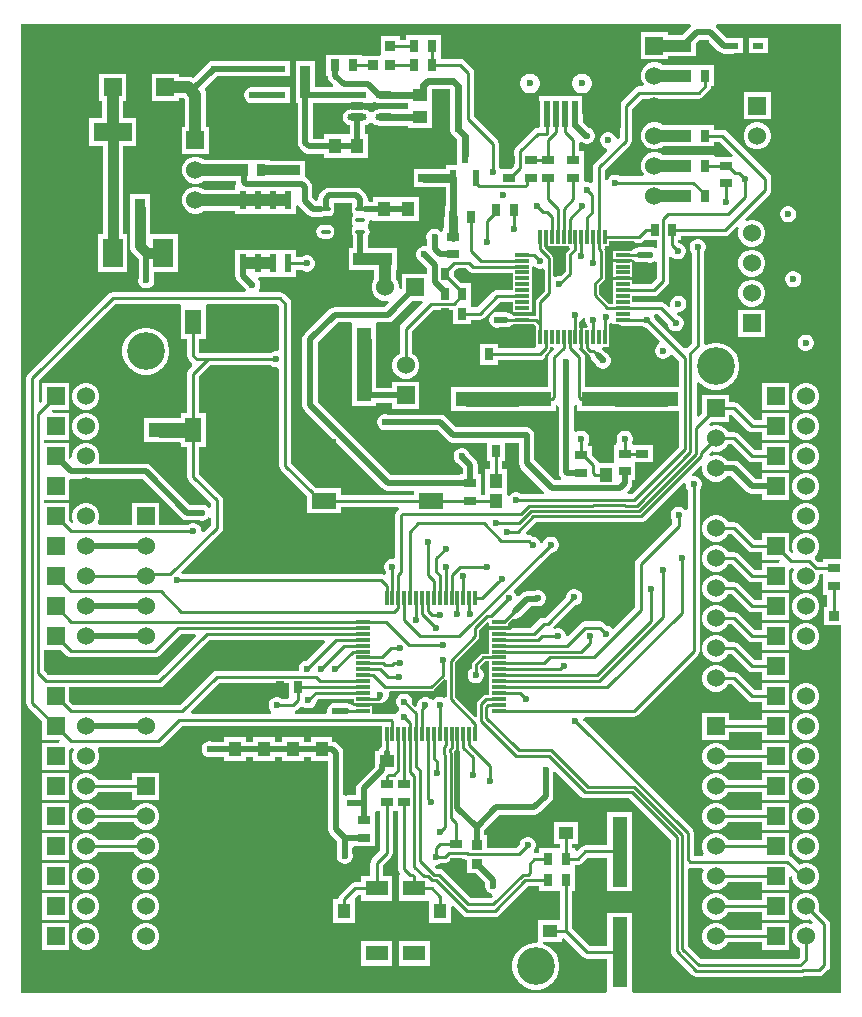
<source format=gtl>
G04*
G04 #@! TF.GenerationSoftware,Altium Limited,Altium Designer,24.4.1 (13)*
G04*
G04 Layer_Physical_Order=1*
G04 Layer_Color=255*
%FSAX44Y44*%
%MOMM*%
G71*
G04*
G04 #@! TF.SameCoordinates,09090911-0CFD-4792-A0CC-E2C5D1EC5460*
G04*
G04*
G04 #@! TF.FilePolarity,Positive*
G04*
G01*
G75*
%ADD13C,0.5080*%
%ADD14C,0.2540*%
%ADD17R,1.1938X0.3048*%
%ADD18R,0.3048X1.1938*%
G04:AMPARAMS|DCode=19|XSize=1.6383mm|YSize=0.6121mm|CornerRadius=0.3061mm|HoleSize=0mm|Usage=FLASHONLY|Rotation=0.000|XOffset=0mm|YOffset=0mm|HoleType=Round|Shape=RoundedRectangle|*
%AMROUNDEDRECTD19*
21,1,1.6383,0.0000,0,0,0.0*
21,1,1.0261,0.6121,0,0,0.0*
1,1,0.6121,0.5131,0.0000*
1,1,0.6121,-0.5131,0.0000*
1,1,0.6121,-0.5131,0.0000*
1,1,0.6121,0.5131,0.0000*
%
%ADD19ROUNDEDRECTD19*%
%ADD20R,1.6383X0.6121*%
%ADD21R,0.7500X1.0000*%
%ADD22R,0.8128X0.8128*%
%ADD23R,1.2500X1.1000*%
%ADD24R,2.0000X2.5000*%
%ADD25R,0.5000X2.3000*%
%ADD26R,1.0000X0.7500*%
%ADD27R,0.5588X1.4224*%
%ADD28R,5.9182X1.2954*%
%ADD29R,0.8600X0.5400*%
%ADD30R,1.1000X1.2500*%
%ADD31O,0.8000X0.4000*%
%ADD32R,1.6500X2.4000*%
%ADD33R,1.9000X1.3000*%
%ADD34R,0.9398X0.8636*%
%ADD35R,1.2954X5.9182*%
%ADD36R,0.8128X0.8128*%
%ADD37R,2.1082X1.3970*%
%ADD38R,0.5588X1.5494*%
%ADD39R,1.3970X2.1082*%
%ADD40R,1.7383X2.4130*%
%ADD41R,0.9144X1.6002*%
%ADD42R,1.4986X1.6002*%
%ADD50R,3.2000X1.6000*%
%ADD51C,1.5240*%
%ADD52R,1.5240X1.5240*%
%ADD54R,1.5240X1.5240*%
%ADD56C,0.5400*%
%ADD57C,0.9140*%
%ADD58C,0.6120*%
%ADD59C,1.0160*%
%ADD60C,1.2500*%
%ADD61C,1.0000*%
%ADD62C,0.8600*%
%ADD63C,0.7500*%
%ADD64C,0.5590*%
%ADD65C,0.8130*%
%ADD66C,0.6000*%
%ADD67C,3.2000*%
%ADD68C,0.5000*%
G36*
X00697411Y00369720D02*
X00682191D01*
Y00367339D01*
X00678086D01*
X00675546Y00369879D01*
X00675659Y00372594D01*
X00676646Y00373582D01*
X00678151Y00376188D01*
X00678930Y00379095D01*
Y00382105D01*
X00678151Y00385012D01*
X00676646Y00387618D01*
X00674518Y00389746D01*
X00671912Y00391251D01*
X00669005Y00392030D01*
X00665995D01*
X00663088Y00391251D01*
X00660482Y00389746D01*
X00658354Y00387618D01*
X00656849Y00385012D01*
X00656070Y00382105D01*
Y00379095D01*
X00656849Y00376188D01*
X00657100Y00375753D01*
X00655500Y00374525D01*
X00653530Y00376495D01*
Y00392030D01*
X00630670D01*
Y00385779D01*
X00624189D01*
X00610505Y00399463D01*
X00608825Y00400585D01*
X00606843Y00400980D01*
X00601508D01*
X00600446Y00402818D01*
X00598318Y00404946D01*
X00595712Y00406451D01*
X00592805Y00407230D01*
X00589795D01*
X00586888Y00406451D01*
X00584282Y00404946D01*
X00582154Y00402818D01*
X00580649Y00400212D01*
X00579870Y00397305D01*
Y00394295D01*
X00580649Y00391388D01*
X00582154Y00388782D01*
X00584282Y00386654D01*
X00586888Y00385149D01*
X00589795Y00384370D01*
X00592805D01*
X00595712Y00385149D01*
X00598318Y00386654D01*
X00600446Y00388782D01*
X00601508Y00390621D01*
X00604697D01*
X00618381Y00376937D01*
X00620061Y00375815D01*
X00622043Y00375420D01*
X00630670D01*
Y00369170D01*
X00645019D01*
X00645403Y00368630D01*
X00644371Y00366630D01*
X00630670D01*
Y00360379D01*
X00624189D01*
X00610505Y00374063D01*
X00608825Y00375185D01*
X00606843Y00375580D01*
X00601508D01*
X00600446Y00377418D01*
X00598318Y00379546D01*
X00595712Y00381051D01*
X00592805Y00381830D01*
X00589795D01*
X00586888Y00381051D01*
X00584282Y00379546D01*
X00582154Y00377418D01*
X00580649Y00374812D01*
X00579870Y00371905D01*
Y00368895D01*
X00580649Y00365988D01*
X00582154Y00363382D01*
X00584282Y00361254D01*
X00586888Y00359749D01*
X00589795Y00358970D01*
X00592805D01*
X00595712Y00359749D01*
X00598318Y00361254D01*
X00600446Y00363382D01*
X00601508Y00365221D01*
X00604697D01*
X00618381Y00351537D01*
X00620061Y00350415D01*
X00622043Y00350020D01*
X00630670D01*
Y00343770D01*
X00653530D01*
Y00360904D01*
X00655237Y00362386D01*
X00656434Y00362239D01*
X00657364Y00360503D01*
X00656849Y00359612D01*
X00656070Y00356705D01*
Y00353695D01*
X00656849Y00350788D01*
X00658354Y00348182D01*
X00660482Y00346054D01*
X00663088Y00344549D01*
X00665995Y00343770D01*
X00669005D01*
X00671912Y00344549D01*
X00674518Y00346054D01*
X00676646Y00348182D01*
X00678151Y00350788D01*
X00678930Y00353695D01*
Y00356704D01*
X00679142Y00356980D01*
X00682191D01*
Y00339600D01*
X00685821D01*
Y00329394D01*
X00683127D01*
Y00313646D01*
X00697411D01*
Y00002590D01*
X00521776D01*
X00520092Y00003351D01*
X00520092Y00004590D01*
Y00070153D01*
X00499518D01*
Y00041932D01*
X00484531D01*
X00469426Y00057037D01*
Y00089140D01*
X00471925D01*
Y00105280D01*
X00471925Y00106760D01*
X00471925D01*
X00471920Y00107278D01*
X00471920D01*
Y00110908D01*
X00474714D01*
X00475700Y00111104D01*
X00476696Y00111302D01*
X00476696Y00111302D01*
X00476696Y00111302D01*
X00477464Y00111816D01*
X00478376Y00112425D01*
X00483022Y00117071D01*
X00499518D01*
Y00088441D01*
X00520092D01*
Y00155243D01*
X00499518D01*
Y00127430D01*
X00480877D01*
X00480877Y00127430D01*
X00480877Y00127430D01*
X00480165Y00127288D01*
X00478895Y00127036D01*
X00478895Y00127036D01*
X00478895Y00127036D01*
X00477986Y00126428D01*
X00477214Y00125913D01*
X00473920Y00122619D01*
X00471920Y00123447D01*
Y00124898D01*
X00469540D01*
Y00128497D01*
X00474420D01*
Y00147117D01*
X00454300D01*
Y00128497D01*
X00459181D01*
Y00124898D01*
X00441800D01*
Y00121267D01*
X00438136D01*
X00437505Y00122203D01*
X00437247Y00123207D01*
X00437489Y00123449D01*
X00438385Y00125001D01*
X00438849Y00126734D01*
Y00128527D01*
X00438385Y00130259D01*
X00437489Y00131812D01*
X00436221Y00133079D01*
X00434668Y00133976D01*
X00432936Y00134440D01*
X00431143D01*
X00429411Y00133976D01*
X00427858Y00133079D01*
X00426590Y00131812D01*
X00425693Y00130259D01*
X00425229Y00128527D01*
Y00128145D01*
X00422144Y00125060D01*
X00397302D01*
Y00136010D01*
X00395267D01*
Y00140367D01*
X00408244Y00153344D01*
X00437746D01*
X00440223Y00153837D01*
X00442324Y00155240D01*
X00451703Y00164620D01*
X00453106Y00166720D01*
X00453599Y00169198D01*
Y00189128D01*
X00453599Y00189129D01*
X00455830Y00189726D01*
X00476894Y00168662D01*
X00478575Y00167539D01*
X00480557Y00167145D01*
X00480557Y00167145D01*
X00518165D01*
X00553050Y00132260D01*
Y00037948D01*
X00553445Y00035966D01*
X00554567Y00034286D01*
X00571197Y00017657D01*
X00572877Y00016534D01*
X00574859Y00016140D01*
X00664223D01*
X00666205Y00016534D01*
X00666355Y00016634D01*
X00678695D01*
X00680677Y00017028D01*
X00682357Y00018151D01*
X00686403Y00022197D01*
X00687525Y00023877D01*
X00687920Y00025859D01*
Y00060560D01*
X00687525Y00062542D01*
X00686403Y00064222D01*
X00678381Y00072244D01*
X00678930Y00074295D01*
Y00077305D01*
X00678151Y00080212D01*
X00676646Y00082818D01*
X00674518Y00084946D01*
X00671912Y00086451D01*
X00669005Y00087230D01*
X00665995D01*
X00663088Y00086451D01*
X00660482Y00084946D01*
X00658354Y00082818D01*
X00656849Y00080212D01*
X00656070Y00077305D01*
Y00074295D01*
X00656849Y00071388D01*
X00658354Y00068782D01*
X00660482Y00066653D01*
X00663088Y00065149D01*
X00665995Y00064370D01*
X00669005D01*
X00671056Y00064919D01*
X00673575Y00062400D01*
X00672347Y00060800D01*
X00671912Y00061051D01*
X00669005Y00061830D01*
X00665995D01*
X00663088Y00061051D01*
X00660482Y00059546D01*
X00658354Y00057418D01*
X00656849Y00054812D01*
X00656070Y00051905D01*
Y00048895D01*
X00656849Y00045988D01*
X00658354Y00043382D01*
X00660482Y00041253D01*
X00662321Y00040192D01*
Y00032847D01*
X00660512Y00031039D01*
X00578885D01*
X00567949Y00041974D01*
Y00107202D01*
X00569495Y00108470D01*
X00569540Y00108462D01*
X00579985D01*
X00581140Y00106462D01*
X00580649Y00105612D01*
X00579870Y00102705D01*
Y00099695D01*
X00580649Y00096788D01*
X00582154Y00094182D01*
X00584282Y00092053D01*
X00586888Y00090549D01*
X00589795Y00089770D01*
X00592805D01*
X00595712Y00090549D01*
X00598318Y00092053D01*
X00600446Y00094182D01*
X00601508Y00096020D01*
X00630670D01*
Y00089770D01*
X00653530D01*
Y00100318D01*
X00655530Y00101351D01*
X00656070Y00100967D01*
Y00099695D01*
X00656849Y00096788D01*
X00658354Y00094182D01*
X00660482Y00092053D01*
X00663088Y00090549D01*
X00665995Y00089770D01*
X00669005D01*
X00671912Y00090549D01*
X00674518Y00092053D01*
X00676646Y00094182D01*
X00678151Y00096788D01*
X00678930Y00099695D01*
Y00102705D01*
X00678151Y00105612D01*
X00676646Y00108218D01*
X00674518Y00110346D01*
X00671912Y00111851D01*
X00669005Y00112630D01*
X00665995D01*
X00663088Y00111851D01*
X00661778Y00111095D01*
X00655569Y00117304D01*
X00654942Y00117723D01*
X00653889Y00118427D01*
X00653530Y00118498D01*
Y00138030D01*
X00630670D01*
Y00131779D01*
X00601508D01*
X00600446Y00133618D01*
X00598318Y00135746D01*
X00595712Y00137251D01*
X00592805Y00138030D01*
X00589795D01*
X00586888Y00137251D01*
X00584282Y00135746D01*
X00582154Y00133618D01*
X00580649Y00131012D01*
X00579870Y00128105D01*
Y00125095D01*
X00580649Y00122188D01*
X00581438Y00120821D01*
X00580284Y00118821D01*
X00572489D01*
Y00138166D01*
X00572095Y00140149D01*
X00570972Y00141829D01*
X00479207Y00233595D01*
Y00233976D01*
X00479114Y00234320D01*
X00480602Y00236320D01*
X00521711D01*
X00523693Y00236714D01*
X00525373Y00237837D01*
X00576237Y00288701D01*
X00577360Y00290382D01*
X00577754Y00292364D01*
Y00428553D01*
X00578024Y00428823D01*
X00578921Y00430376D01*
X00579385Y00432108D01*
Y00433901D01*
X00578921Y00435633D01*
X00578024Y00437186D01*
X00576756Y00438454D01*
X00575203Y00439351D01*
X00573471Y00439814D01*
X00571835D01*
X00571509Y00440196D01*
X00570857Y00441665D01*
X00577984Y00448792D01*
X00579248Y00448332D01*
X00579870Y00447850D01*
Y00445095D01*
X00580649Y00442188D01*
X00582154Y00439582D01*
X00584282Y00437454D01*
X00586888Y00435949D01*
X00589795Y00435170D01*
X00592805D01*
X00595712Y00435949D01*
X00598318Y00437454D01*
X00600446Y00439582D01*
X00600760Y00440126D01*
X00604161D01*
X00617465Y00426822D01*
X00619566Y00425418D01*
X00622043Y00424925D01*
X00630670D01*
Y00419970D01*
X00653530D01*
Y00442830D01*
X00630670D01*
Y00437874D01*
X00624725D01*
X00611421Y00451178D01*
X00609321Y00452582D01*
X00606843Y00453075D01*
X00600760D01*
X00600446Y00453618D01*
X00598318Y00455746D01*
X00595712Y00457251D01*
X00592805Y00458030D01*
X00589795D01*
X00586888Y00457251D01*
X00586454Y00457000D01*
X00585226Y00458601D01*
X00587745Y00461120D01*
X00589795Y00460570D01*
X00592805D01*
X00595712Y00461349D01*
X00598318Y00462854D01*
X00600446Y00464982D01*
X00601508Y00466821D01*
X00604697D01*
X00618381Y00453137D01*
X00620061Y00452015D01*
X00622043Y00451620D01*
X00630670D01*
Y00445370D01*
X00653530D01*
Y00468230D01*
X00630670D01*
Y00461979D01*
X00624189D01*
X00610505Y00475663D01*
X00608825Y00476785D01*
X00606843Y00477180D01*
X00601508D01*
X00600446Y00479018D01*
X00598318Y00481146D01*
X00595712Y00482651D01*
X00592805Y00483430D01*
X00589795D01*
X00586888Y00482651D01*
X00586454Y00482400D01*
X00585226Y00484001D01*
X00587195Y00485970D01*
X00602730D01*
Y00492142D01*
X00604730Y00492188D01*
X00618381Y00478537D01*
X00620061Y00477415D01*
X00622043Y00477020D01*
X00630670D01*
Y00470770D01*
X00653530D01*
Y00493630D01*
X00630670D01*
Y00487379D01*
X00624189D01*
X00610505Y00501063D01*
X00608825Y00502185D01*
X00606843Y00502580D01*
X00602730D01*
Y00508830D01*
X00579870D01*
Y00493295D01*
X00576789Y00490214D01*
X00574941Y00490980D01*
Y00518514D01*
X00576941Y00519343D01*
X00578672Y00517612D01*
X00581917Y00515444D01*
X00585522Y00513951D01*
X00589349Y00513190D01*
X00593251D01*
X00597079Y00513951D01*
X00600684Y00515444D01*
X00603928Y00517612D01*
X00606688Y00520372D01*
X00608856Y00523616D01*
X00610349Y00527221D01*
X00611110Y00531049D01*
Y00534951D01*
X00610349Y00538778D01*
X00608856Y00542383D01*
X00606688Y00545628D01*
X00603928Y00548387D01*
X00600684Y00550555D01*
X00597079Y00552048D01*
X00593251Y00552810D01*
X00589349D01*
X00585522Y00552048D01*
X00583247Y00551106D01*
X00581247Y00552443D01*
Y00629349D01*
X00581517Y00629619D01*
X00582414Y00631172D01*
X00582878Y00632904D01*
Y00634697D01*
X00582414Y00636429D01*
X00581517Y00637982D01*
X00580249Y00639249D01*
X00578696Y00640146D01*
X00576964Y00640610D01*
X00575171D01*
X00573439Y00640146D01*
X00571886Y00639249D01*
X00570618Y00637982D01*
X00569722Y00636429D01*
X00569258Y00634697D01*
Y00632904D01*
X00569722Y00631172D01*
X00570618Y00629619D01*
X00570888Y00629349D01*
Y00552765D01*
X00566740Y00548616D01*
X00564618Y00548345D01*
X00564038Y00548490D01*
X00539513Y00573015D01*
Y00573396D01*
X00539049Y00575128D01*
X00538938Y00575320D01*
X00540093Y00577320D01*
X00542379D01*
X00550614Y00569085D01*
Y00568704D01*
X00551078Y00566972D01*
X00551975Y00565419D01*
X00553243Y00564151D01*
X00554796Y00563254D01*
X00556528Y00562790D01*
X00558321D01*
X00560053Y00563254D01*
X00561606Y00564151D01*
X00562874Y00565419D01*
X00563770Y00566972D01*
X00564234Y00568704D01*
Y00570497D01*
X00563770Y00572229D01*
X00562874Y00573782D01*
X00561606Y00575050D01*
X00560053Y00575946D01*
X00558557Y00576347D01*
X00558028Y00577129D01*
X00558349Y00577978D01*
X00559168Y00579005D01*
X00559174Y00579009D01*
X00560531D01*
X00562263Y00579473D01*
X00563816Y00580370D01*
X00565084Y00581638D01*
X00565980Y00583190D01*
X00566444Y00584922D01*
Y00586716D01*
X00565980Y00588448D01*
X00565084Y00590000D01*
X00563816Y00591268D01*
X00562263Y00592165D01*
X00560531Y00592629D01*
X00558738D01*
X00557006Y00592165D01*
X00555453Y00591268D01*
X00554185Y00590000D01*
X00553288Y00588448D01*
X00552824Y00586716D01*
Y00584922D01*
X00553033Y00584145D01*
X00551240Y00583110D01*
X00548187Y00586162D01*
X00546507Y00587285D01*
X00544524Y00587679D01*
X00520428D01*
Y00592321D01*
X00538975D01*
X00540957Y00592715D01*
X00542638Y00593838D01*
X00550521Y00601721D01*
X00550521Y00601721D01*
X00551644Y00603401D01*
X00552038Y00605383D01*
Y00625249D01*
X00552404Y00625499D01*
X00554038Y00625952D01*
X00554913Y00625077D01*
X00556466Y00624181D01*
X00558199Y00623717D01*
X00559991D01*
X00561724Y00624181D01*
X00563276Y00625077D01*
X00564544Y00626345D01*
X00565441Y00627898D01*
X00565905Y00629630D01*
Y00631423D01*
X00565441Y00633155D01*
X00564544Y00634708D01*
X00563276Y00635976D01*
X00561724Y00636872D01*
X00559991Y00637337D01*
X00559769D01*
X00559538Y00637567D01*
Y00639659D01*
X00561919D01*
Y00643290D01*
X00599157D01*
X00601139Y00643684D01*
X00602820Y00644807D01*
X00609367Y00651354D01*
X00611017Y00650212D01*
X00610238Y00647305D01*
Y00644295D01*
X00611017Y00641388D01*
X00612522Y00638782D01*
X00614650Y00636654D01*
X00617256Y00635149D01*
X00620163Y00634370D01*
X00623173D01*
X00626080Y00635149D01*
X00628686Y00636654D01*
X00630814Y00638782D01*
X00632319Y00641388D01*
X00633098Y00644295D01*
Y00647305D01*
X00632319Y00650212D01*
X00630814Y00652818D01*
X00628686Y00654946D01*
X00626080Y00656451D01*
X00623173Y00657230D01*
X00620163D01*
X00617256Y00656451D01*
X00616114Y00658101D01*
X00636760Y00678747D01*
X00637883Y00680428D01*
X00638277Y00682410D01*
Y00691841D01*
X00637883Y00693823D01*
X00636760Y00695503D01*
X00600391Y00731872D01*
X00598711Y00732995D01*
X00596729Y00733390D01*
X00589684D01*
Y00737020D01*
X00563951D01*
X00563374Y00737096D01*
X00546513D01*
X00546257Y00737352D01*
X00543651Y00738856D01*
X00540744Y00739635D01*
X00537734D01*
X00534827Y00738856D01*
X00532221Y00737352D01*
X00530093Y00735223D01*
X00528588Y00732617D01*
X00527809Y00729710D01*
Y00726701D01*
X00528588Y00723793D01*
X00530093Y00721187D01*
X00532221Y00719059D01*
X00534827Y00717554D01*
X00537734Y00716775D01*
X00540744D01*
X00543651Y00717554D01*
X00546257Y00719059D01*
X00546522Y00719324D01*
X00563374D01*
X00563951Y00719400D01*
X00589684D01*
Y00723030D01*
X00594583D01*
X00605401Y00712213D01*
X00604635Y00710365D01*
X00591190D01*
X00589684Y00711558D01*
Y00711620D01*
X00563951D01*
X00563374Y00711696D01*
X00546513D01*
X00546257Y00711952D01*
X00543651Y00713456D01*
X00540744Y00714235D01*
X00537734D01*
X00534827Y00713456D01*
X00532221Y00711952D01*
X00530093Y00709824D01*
X00528588Y00707217D01*
X00527809Y00704310D01*
Y00701301D01*
X00528588Y00698393D01*
X00530093Y00695787D01*
X00530299Y00695581D01*
X00529533Y00693734D01*
X00510530D01*
X00510261Y00694003D01*
X00508708Y00694900D01*
X00506976Y00695364D01*
X00505183D01*
X00503451Y00694900D01*
X00501898Y00694003D01*
X00500630Y00692735D01*
X00499733Y00691182D01*
X00499639Y00690830D01*
X00497639Y00691093D01*
Y00699238D01*
X00518590Y00720190D01*
X00519713Y00721870D01*
X00520107Y00723852D01*
Y00751214D01*
X00528502Y00759609D01*
X00576719D01*
X00578701Y00760003D01*
X00580382Y00761126D01*
X00585787Y00766531D01*
X00586909Y00768212D01*
X00587304Y00770194D01*
X00589189Y00770200D01*
X00589684D01*
Y00787820D01*
X00563951D01*
X00563374Y00787896D01*
X00546513D01*
X00546257Y00788152D01*
X00543651Y00789656D01*
X00540744Y00790435D01*
X00537734D01*
X00534827Y00789656D01*
X00532221Y00788152D01*
X00530093Y00786023D01*
X00528588Y00783417D01*
X00527809Y00780510D01*
Y00777501D01*
X00528588Y00774594D01*
X00530093Y00771987D01*
X00530264Y00771816D01*
X00529499Y00769968D01*
X00526356D01*
X00524374Y00769574D01*
X00522694Y00768451D01*
X00511265Y00757022D01*
X00510142Y00755342D01*
X00509748Y00753360D01*
Y00726675D01*
X00508547Y00725593D01*
X00506573Y00726296D01*
X00506361Y00727088D01*
X00505464Y00728641D01*
X00504197Y00729908D01*
X00502644Y00730805D01*
X00500911Y00731269D01*
X00499118D01*
X00497386Y00730805D01*
X00495834Y00729908D01*
X00494566Y00728641D01*
X00493669Y00727088D01*
X00493205Y00725356D01*
Y00723562D01*
X00493669Y00721831D01*
X00494566Y00720278D01*
X00495834Y00719010D01*
X00497386Y00718113D01*
X00498687Y00717765D01*
X00499276Y00716527D01*
X00499399Y00715649D01*
X00488797Y00705046D01*
X00487674Y00703366D01*
X00487280Y00701384D01*
Y00689281D01*
X00485280Y00688131D01*
X00484720Y00688454D01*
X00482988Y00688918D01*
X00481195D01*
X00479270Y00690473D01*
Y00699940D01*
Y00715060D01*
X00475640D01*
Y00722026D01*
X00476982Y00722931D01*
X00477640Y00723027D01*
X00477910Y00722756D01*
X00479463Y00721860D01*
X00481195Y00721395D01*
X00482988D01*
X00484720Y00721860D01*
X00486273Y00722756D01*
X00487541Y00724024D01*
X00488438Y00725577D01*
X00488902Y00727309D01*
Y00729102D01*
X00488438Y00730834D01*
X00487541Y00732387D01*
X00486273Y00733655D01*
X00484720Y00734551D01*
X00483934Y00734762D01*
X00478434Y00740262D01*
Y00746500D01*
X00478270Y00747327D01*
Y00761810D01*
X00441650D01*
Y00735012D01*
X00440494D01*
X00438511Y00734618D01*
X00436831Y00733495D01*
X00436831Y00733495D01*
X00422058Y00718722D01*
X00420936Y00717042D01*
X00420541Y00715060D01*
Y00703015D01*
X00417586Y00700060D01*
X00408858D01*
X00408784Y00700336D01*
X00407887Y00701888D01*
X00407618Y00702158D01*
Y00721594D01*
X00407223Y00723576D01*
X00406101Y00725256D01*
X00406101Y00725256D01*
X00386655Y00744702D01*
Y00781559D01*
X00386459Y00782544D01*
X00386261Y00783540D01*
X00386261Y00783541D01*
X00386261Y00783541D01*
X00385555Y00784597D01*
X00385138Y00785221D01*
X00385138Y00785221D01*
X00385138Y00785221D01*
X00378669Y00791691D01*
X00378669Y00791691D01*
X00377776Y00792287D01*
X00376989Y00792814D01*
X00376989Y00792814D01*
X00376989Y00792814D01*
X00376058Y00792999D01*
X00375007Y00793208D01*
X00375007Y00793208D01*
X00375006Y00793208D01*
X00358660D01*
Y00795670D01*
Y00813290D01*
X00328540D01*
Y00809660D01*
X00323665D01*
Y00812354D01*
X00307917D01*
Y00796606D01*
X00306208Y00795902D01*
X00292917D01*
X00291413Y00796839D01*
Y00796839D01*
X00261293D01*
Y00779219D01*
X00262528D01*
Y00778812D01*
X00263021Y00776334D01*
X00264424Y00774234D01*
X00267564Y00771094D01*
X00266799Y00769246D01*
X00251908D01*
Y00782323D01*
X00251838Y00782854D01*
Y00791533D01*
X00235618D01*
Y00782854D01*
X00235548Y00782323D01*
Y00765000D01*
X00235618Y00764468D01*
Y00756170D01*
X00237161D01*
Y00722443D01*
X00237385Y00720744D01*
X00238041Y00719160D01*
X00239085Y00717800D01*
X00242248Y00714637D01*
X00243608Y00713594D01*
X00245191Y00712938D01*
X00246891Y00712714D01*
X00259690D01*
Y00709220D01*
X00278310D01*
Y00709220D01*
X00278517Y00709218D01*
Y00709218D01*
X00280309Y00709218D01*
X00297136D01*
Y00729338D01*
X00294393D01*
Y00736939D01*
X00294751Y00736986D01*
X00296422Y00737678D01*
X00297857Y00738779D01*
X00298284Y00739336D01*
X00298393Y00739391D01*
X00300585D01*
X00300693Y00739336D01*
X00301120Y00738779D01*
X00302555Y00737678D01*
X00304226Y00736986D01*
X00306020Y00736750D01*
X00316282D01*
X00316287Y00736750D01*
X00330930D01*
Y00734370D01*
X00351050D01*
Y00752990D01*
X00351050D01*
Y00753369D01*
X00351050D01*
Y00767569D01*
X00365762D01*
X00365899Y00767433D01*
Y00733845D01*
X00366135Y00732052D01*
X00366827Y00730381D01*
X00367928Y00728946D01*
X00371753Y00725121D01*
Y00711804D01*
X00371989Y00710011D01*
X00372078Y00709795D01*
Y00703422D01*
X00362553D01*
Y00700125D01*
X00344490D01*
X00343994Y00700060D01*
X00335680D01*
Y00684940D01*
X00343994D01*
X00344490Y00684875D01*
X00362495D01*
Y00668549D01*
X00361597D01*
Y00660234D01*
X00361532Y00659739D01*
Y00650298D01*
X00360347D01*
Y00647838D01*
X00359277Y00647286D01*
X00358347Y00647141D01*
X00357300Y00648188D01*
X00355747Y00649084D01*
X00354015Y00649548D01*
X00352222D01*
X00350490Y00649084D01*
X00348937Y00648188D01*
X00347669Y00646920D01*
X00346772Y00645367D01*
X00346308Y00643635D01*
Y00641842D01*
X00346644Y00640589D01*
Y00635443D01*
X00345478Y00634548D01*
X00343685D01*
X00341953Y00634084D01*
X00340400Y00633188D01*
X00339132Y00631920D01*
X00338236Y00630367D01*
X00337771Y00628635D01*
Y00626842D01*
X00338236Y00625110D01*
X00339132Y00623557D01*
X00340400Y00622289D01*
X00341523Y00621641D01*
X00346644Y00616520D01*
Y00611465D01*
X00325220D01*
Y00598615D01*
X00324589Y00598186D01*
X00324381Y00598223D01*
X00322680Y00599306D01*
Y00601540D01*
X00321901Y00604447D01*
X00320396Y00607053D01*
X00320217Y00607233D01*
Y00614758D01*
X00321310D01*
Y00633378D01*
X00301190D01*
Y00633378D01*
X00300434D01*
Y00633378D01*
X00296849D01*
Y00643235D01*
X00297843Y00644723D01*
X00298294Y00646990D01*
X00297843Y00649257D01*
X00297151Y00650292D01*
X00296724Y00651740D01*
X00297151Y00653188D01*
X00297843Y00654223D01*
X00298294Y00656490D01*
X00299598Y00657894D01*
X00301314Y00656298D01*
Y00655929D01*
X00319934D01*
Y00655928D01*
X00321314D01*
Y00655929D01*
X00339934D01*
Y00676049D01*
X00321314D01*
Y00676049D01*
X00319934D01*
Y00676049D01*
X00301314D01*
Y00672462D01*
X00298259Y00672462D01*
X00296844Y00673876D01*
Y00674297D01*
X00296352Y00676775D01*
X00294948Y00678876D01*
X00291386Y00682438D01*
X00289286Y00683841D01*
X00286808Y00684334D01*
X00263846D01*
X00261368Y00683841D01*
X00259268Y00682438D01*
X00256292Y00679462D01*
X00254888Y00677361D01*
X00254396Y00674884D01*
Y00673555D01*
X00252396Y00672914D01*
X00249787Y00675522D01*
Y00684855D01*
X00249294Y00687332D01*
X00247891Y00689433D01*
X00245290Y00692034D01*
X00243189Y00693437D01*
X00243172Y00693441D01*
Y00698545D01*
X00243241Y00699069D01*
X00243172Y00699592D01*
Y00706943D01*
X00235822D01*
X00235298Y00707011D01*
X00214052D01*
Y00707878D01*
X00188319D01*
X00187742Y00707954D01*
X00157902D01*
X00157642Y00708215D01*
X00155036Y00709720D01*
X00152129Y00710499D01*
X00149119D01*
X00146212Y00709720D01*
X00143606Y00708215D01*
X00141478Y00706087D01*
X00139973Y00703480D01*
X00139194Y00700573D01*
Y00697564D01*
X00139973Y00694657D01*
X00141478Y00692050D01*
X00143606Y00689922D01*
X00146212Y00688418D01*
X00149119Y00687638D01*
X00152129D01*
X00155036Y00688418D01*
X00157642Y00689922D01*
X00157902Y00690182D01*
X00185018D01*
Y00689361D01*
X00185442Y00687225D01*
X00184435Y00685226D01*
X00184435D01*
Y00682635D01*
X00157822D01*
X00157642Y00682815D01*
X00155036Y00684320D01*
X00152129Y00685098D01*
X00149119D01*
X00146212Y00684320D01*
X00143606Y00682815D01*
X00141478Y00680687D01*
X00139973Y00678080D01*
X00139194Y00675173D01*
Y00672164D01*
X00139973Y00669257D01*
X00141478Y00666650D01*
X00143606Y00664522D01*
X00146212Y00663018D01*
X00149119Y00662238D01*
X00152129D01*
X00155036Y00663018D01*
X00157642Y00664522D01*
X00157822Y00664702D01*
X00184435D01*
Y00662112D01*
X00235743D01*
Y00669140D01*
X00237743Y00669746D01*
X00238734Y00668262D01*
X00245589Y00661407D01*
X00247690Y00660004D01*
X00250168Y00659511D01*
X00257240D01*
X00259718Y00660004D01*
X00259811Y00660066D01*
X00262870D01*
X00265137Y00660517D01*
X00267059Y00661801D01*
X00268343Y00663723D01*
X00268794Y00665990D01*
X00268343Y00668257D01*
X00267589Y00669385D01*
X00268225Y00671385D01*
X00283015D01*
X00283651Y00669385D01*
X00282897Y00668257D01*
X00282446Y00665990D01*
X00282897Y00663723D01*
X00284181Y00661801D01*
Y00660679D01*
X00282897Y00658757D01*
X00282446Y00656490D01*
X00282897Y00654223D01*
X00283589Y00653188D01*
X00284016Y00651740D01*
X00283589Y00650292D01*
X00282897Y00649257D01*
X00282446Y00646990D01*
X00282897Y00644723D01*
X00283900Y00643223D01*
Y00633378D01*
X00280314D01*
Y00614758D01*
X00300434D01*
X00300434Y00614758D01*
X00302283Y00614394D01*
Y00607233D01*
X00302104Y00607053D01*
X00300599Y00604447D01*
X00299820Y00601540D01*
Y00598530D01*
X00300599Y00595623D01*
X00302104Y00593017D01*
X00304232Y00590889D01*
X00306838Y00589384D01*
X00309745Y00588605D01*
X00312755D01*
X00313411Y00588781D01*
X00314447Y00586988D01*
X00310703Y00583245D01*
X00268425D01*
X00265947Y00582752D01*
X00263847Y00581348D01*
X00243204Y00560706D01*
X00241801Y00558605D01*
X00241308Y00556128D01*
Y00500000D01*
X00241801Y00497522D01*
X00243204Y00495422D01*
X00308915Y00429712D01*
X00311015Y00428308D01*
X00313493Y00427815D01*
X00336128D01*
Y00424469D01*
X00273830D01*
Y00430085D01*
X00252845D01*
X00231858Y00451072D01*
Y00586111D01*
X00231858Y00586111D01*
X00231463Y00588093D01*
X00230340Y00589773D01*
X00225765Y00594349D01*
X00224085Y00595471D01*
X00222103Y00595866D01*
X00205244D01*
X00204583Y00596978D01*
X00204320Y00597866D01*
X00205086Y00599193D01*
X00205550Y00600925D01*
Y00602718D01*
X00205086Y00604450D01*
X00204189Y00606003D01*
X00203675Y00606517D01*
X00204503Y00608517D01*
X00235743D01*
Y00614895D01*
X00240549D01*
X00240819Y00614625D01*
X00242372Y00613729D01*
X00244104Y00613265D01*
X00245897D01*
X00247629Y00613729D01*
X00249182Y00614625D01*
X00250450Y00615893D01*
X00251346Y00617446D01*
X00251810Y00619178D01*
Y00620971D01*
X00251346Y00622703D01*
X00250450Y00624256D01*
X00249182Y00625524D01*
X00247629Y00626420D01*
X00245897Y00626884D01*
X00244104D01*
X00242372Y00626420D01*
X00240819Y00625524D01*
X00240549Y00625254D01*
X00235743D01*
Y00631632D01*
X00184435D01*
Y00608517D01*
X00184993D01*
X00185311Y00606916D01*
X00186715Y00604815D01*
X00192472Y00599058D01*
X00193160Y00597866D01*
X00192897Y00596978D01*
X00192236Y00595866D01*
X00080624D01*
X00078642Y00595471D01*
X00076961Y00594349D01*
X00009058Y00526445D01*
X00007935Y00524765D01*
X00007541Y00522782D01*
Y00247980D01*
X00007935Y00245998D01*
X00009058Y00244317D01*
X00021070Y00232305D01*
Y00216770D01*
X00035419D01*
X00035803Y00216230D01*
X00034771Y00214230D01*
X00021070D01*
Y00191370D01*
X00043930D01*
Y00208504D01*
X00045637Y00209986D01*
X00046834Y00209839D01*
X00047764Y00208103D01*
X00047249Y00207212D01*
X00046470Y00204305D01*
Y00201295D01*
X00047249Y00198388D01*
X00048754Y00195782D01*
X00050882Y00193654D01*
X00053488Y00192149D01*
X00056395Y00191370D01*
X00059405D01*
X00062312Y00192149D01*
X00064918Y00193654D01*
X00067046Y00195782D01*
X00068551Y00198388D01*
X00069330Y00201295D01*
Y00204305D01*
X00068551Y00207212D01*
X00067911Y00208320D01*
X00069066Y00210320D01*
X00118860D01*
X00120842Y00210714D01*
X00122523Y00211837D01*
X00139325Y00228639D01*
X00308976D01*
Y00213531D01*
X00308976D01*
X00308811Y00211599D01*
X00307922Y00211005D01*
X00306518Y00208904D01*
X00306284Y00207724D01*
X00302440D01*
Y00196028D01*
X00302326Y00195454D01*
Y00193849D01*
X00288923Y00180446D01*
X00287519Y00178346D01*
X00287027Y00175868D01*
Y00169816D01*
X00283648D01*
X00282396Y00170152D01*
X00280603D01*
X00278871Y00169688D01*
X00278036Y00169206D01*
X00276191Y00170083D01*
X00276036Y00170261D01*
Y00205757D01*
X00275544Y00208235D01*
X00274140Y00210335D01*
X00271108Y00213367D01*
X00269008Y00214771D01*
X00266729Y00215224D01*
Y00218849D01*
X00248109D01*
Y00215263D01*
X00242210D01*
Y00218849D01*
X00223590D01*
Y00215263D01*
X00217692D01*
Y00218849D01*
X00199072D01*
Y00215263D01*
X00193174D01*
Y00218849D01*
X00174554D01*
Y00215263D01*
X00164981D01*
X00163728Y00215599D01*
X00161935D01*
X00160203Y00215135D01*
X00158650Y00214238D01*
X00157382Y00212971D01*
X00156486Y00211418D01*
X00156022Y00209686D01*
Y00207892D01*
X00156486Y00206160D01*
X00157382Y00204608D01*
X00158650Y00203340D01*
X00160203Y00202443D01*
X00161935Y00201979D01*
X00163728D01*
X00164981Y00202315D01*
X00174554D01*
Y00198729D01*
X00193174D01*
Y00202315D01*
X00199072D01*
Y00198729D01*
X00217692D01*
Y00202315D01*
X00223590D01*
Y00198729D01*
X00242210D01*
Y00202315D01*
X00248109D01*
Y00198729D01*
X00263088D01*
Y00141560D01*
X00263580Y00139083D01*
X00264984Y00136982D01*
X00270588Y00131378D01*
Y00120630D01*
X00270252Y00119377D01*
Y00117584D01*
X00270716Y00115852D01*
X00271613Y00114299D01*
X00272881Y00113031D01*
X00274434Y00112135D01*
X00276166Y00111671D01*
X00277959D01*
X00279691Y00112135D01*
X00281244Y00113031D01*
X00282512Y00114299D01*
X00283408Y00115852D01*
X00283872Y00117584D01*
Y00119377D01*
X00283537Y00120630D01*
Y00124978D01*
X00284691Y00126500D01*
X00302311D01*
Y00141501D01*
Y00155103D01*
X00303690Y00156532D01*
X00304274Y00156532D01*
X00307321D01*
Y00123145D01*
X00300338Y00116162D01*
X00300338Y00116162D01*
X00300338Y00116162D01*
X00299215Y00114482D01*
X00299215Y00114482D01*
X00299215Y00114482D01*
X00299035Y00113575D01*
X00298821Y00112500D01*
Y00101238D01*
X00290690D01*
Y00096108D01*
X00285988D01*
X00284006Y00095713D01*
X00282325Y00094591D01*
X00273166Y00085431D01*
X00272043Y00083751D01*
X00271692Y00081988D01*
X00267518D01*
Y00061868D01*
X00286138D01*
Y00081988D01*
X00286138D01*
X00285621Y00083237D01*
X00288133Y00085749D01*
X00290690D01*
Y00080618D01*
X00317310D01*
Y00101238D01*
X00309180D01*
Y00110354D01*
X00316162Y00117338D01*
X00316163Y00117338D01*
X00316163Y00117338D01*
X00317285Y00119018D01*
Y00119018D01*
X00317285Y00119018D01*
X00317680Y00121000D01*
X00317680Y00121000D01*
Y00156532D01*
X00322321D01*
Y00107056D01*
X00322715Y00105073D01*
X00323838Y00103393D01*
X00324145Y00103086D01*
X00323380Y00101238D01*
X00322690D01*
Y00080618D01*
X00348342D01*
Y00061868D01*
X00366962D01*
Y00075581D01*
X00368809Y00076347D01*
X00376891Y00068265D01*
X00378571Y00067143D01*
X00380553Y00066748D01*
X00403948D01*
X00405930Y00067143D01*
X00407610Y00068265D01*
X00432116Y00092771D01*
X00441805D01*
Y00089140D01*
X00459067D01*
Y00064541D01*
X00440732D01*
Y00046810D01*
X00440732Y00045921D01*
X00439192Y00044810D01*
X00436949D01*
X00433122Y00044049D01*
X00429517Y00042555D01*
X00426272Y00040387D01*
X00423513Y00037628D01*
X00421345Y00034383D01*
X00419851Y00030778D01*
X00419090Y00026951D01*
Y00023049D01*
X00419851Y00019221D01*
X00421345Y00015616D01*
X00423513Y00012372D01*
X00426272Y00009612D01*
X00429517Y00007444D01*
X00433122Y00005951D01*
X00436949Y00005190D01*
X00440851D01*
X00444678Y00005951D01*
X00448284Y00007444D01*
X00451528Y00009612D01*
X00454288Y00012372D01*
X00456456Y00015616D01*
X00457949Y00019221D01*
X00458710Y00023049D01*
Y00026951D01*
X00457949Y00030778D01*
X00456456Y00034383D01*
X00454288Y00037628D01*
X00451528Y00040387D01*
X00448284Y00042555D01*
X00444679Y00044049D01*
X00445202Y00045921D01*
X00460852D01*
Y00048133D01*
X00462852Y00048961D01*
X00478723Y00033090D01*
X00478723Y00033090D01*
X00480403Y00031967D01*
X00482385Y00031573D01*
X00499518D01*
Y00004590D01*
X00499518Y00003351D01*
X00497833Y00002590D01*
X00002590D01*
Y00822411D01*
X00569330D01*
X00569898Y00821441D01*
X00570088Y00820411D01*
X00562974Y00813296D01*
X00550669D01*
Y00815835D01*
X00527809D01*
Y00792975D01*
X00550669D01*
Y00795524D01*
X00563374D01*
X00563951Y00795600D01*
X00574684D01*
Y00806434D01*
X00577712Y00809462D01*
X00583704D01*
X00593399Y00799766D01*
X00594759Y00798723D01*
X00596343Y00798067D01*
X00598042Y00797843D01*
X00606004D01*
X00606431Y00797899D01*
X00614114D01*
Y00810919D01*
X00606431D01*
X00606004Y00810976D01*
X00600762D01*
X00591327Y00820411D01*
X00591517Y00821441D01*
X00592085Y00822411D01*
X00697411D01*
Y00369720D01*
D02*
G37*
G36*
X00302555Y00756678D02*
X00304226Y00755985D01*
X00306020Y00755749D01*
X00316282D01*
X00316287Y00755750D01*
X00330930D01*
Y00753369D01*
X00330930D01*
Y00752990D01*
X00330930D01*
Y00750609D01*
X00316287D01*
X00316282Y00750610D01*
X00306020D01*
X00304226Y00750373D01*
X00302555Y00749681D01*
X00301120Y00748580D01*
X00300693Y00748023D01*
X00300585Y00747969D01*
X00298393D01*
X00298284Y00748023D01*
X00297857Y00748580D01*
X00296422Y00749681D01*
X00294751Y00750373D01*
X00292957Y00750610D01*
X00282696D01*
X00280902Y00750373D01*
X00279231Y00749681D01*
X00277796Y00748580D01*
X00276694Y00747144D01*
X00276002Y00745473D01*
X00275766Y00743680D01*
X00276002Y00741886D01*
X00276694Y00740215D01*
X00277796Y00738779D01*
X00279231Y00737678D01*
X00280902Y00736986D01*
X00281260Y00736939D01*
Y00729338D01*
X00278517D01*
Y00729338D01*
X00278310Y00729340D01*
Y00729340D01*
X00276518Y00729340D01*
X00259690D01*
Y00725846D01*
X00250294D01*
Y00756114D01*
X00275825D01*
Y00755809D01*
X00299828D01*
Y00756321D01*
X00301828Y00757236D01*
X00302555Y00756678D01*
D02*
G37*
G36*
X00531799Y00639659D02*
Y00639659D01*
X00541679D01*
Y00633990D01*
X00540527Y00633319D01*
X00539679Y00633072D01*
X00538339Y00633846D01*
X00536607Y00634310D01*
X00534814D01*
X00533561Y00633974D01*
X00526048D01*
X00523570Y00633481D01*
X00521470Y00632078D01*
X00520428Y00631024D01*
X00504490D01*
Y00623976D01*
X00520428D01*
X00521470Y00622922D01*
X00523570Y00621518D01*
X00526048Y00621026D01*
X00533561D01*
X00534814Y00620690D01*
X00536607D01*
X00538339Y00621154D01*
X00539679Y00621928D01*
X00540527Y00621681D01*
X00541679Y00621010D01*
Y00607529D01*
X00536830Y00602679D01*
X00520428D01*
Y00606024D01*
X00504490D01*
Y00593976D01*
Y00585834D01*
X00500742D01*
X00492169Y00594407D01*
Y00601297D01*
X00496781Y00605909D01*
X00497503Y00606990D01*
X00497757Y00608266D01*
Y00630364D01*
X00497503Y00631640D01*
X00496908Y00632531D01*
X00497089Y00633269D01*
X00497799Y00634531D01*
X00500983D01*
Y00639166D01*
X00522141D01*
X00522361Y00638838D01*
X00524041Y00637715D01*
X00526023Y00637321D01*
X00528005Y00637715D01*
X00529686Y00638838D01*
X00530885Y00640038D01*
X00531799Y00639659D01*
D02*
G37*
G36*
X00448935Y00638460D02*
Y00634531D01*
X00466947D01*
X00467775Y00632531D01*
X00465101Y00629857D01*
X00464379Y00628776D01*
X00464125Y00627500D01*
Y00612797D01*
X00460384Y00609057D01*
X00459439Y00609310D01*
X00457646D01*
X00455914Y00608846D01*
X00455164Y00608413D01*
X00453164Y00609424D01*
Y00624918D01*
X00452910Y00626194D01*
X00452187Y00627275D01*
X00446654Y00632809D01*
X00445983Y00634531D01*
X00445983Y00634531D01*
X00445983D01*
X00445983Y00634531D01*
Y00638585D01*
X00447983Y00639371D01*
X00448935Y00638460D01*
D02*
G37*
G36*
X00381674Y00613838D02*
X00383354Y00612715D01*
X00385336Y00612320D01*
X00385337Y00612321D01*
X00419490D01*
Y00608976D01*
Y00603976D01*
Y00598976D01*
Y00597679D01*
X00406379D01*
X00405196Y00597444D01*
X00404397Y00597285D01*
X00404397Y00597285D01*
X00404397D01*
X00403385Y00596609D01*
X00402717Y00596162D01*
X00389363Y00582809D01*
X00384217D01*
Y00585657D01*
Y00603277D01*
X00375760D01*
X00369217Y00609820D01*
Y00612790D01*
X00371654Y00615227D01*
X00380285D01*
X00381674Y00613838D01*
D02*
G37*
G36*
X00438435Y00617051D02*
X00439988Y00616154D01*
X00441720Y00615690D01*
X00443513D01*
X00444496Y00615953D01*
X00446496Y00614785D01*
Y00596435D01*
X00440102Y00590041D01*
X00439379Y00588959D01*
X00439125Y00587683D01*
Y00576119D01*
X00438778Y00575834D01*
X00435428D01*
Y00576024D01*
X00419490D01*
X00418448Y00577078D01*
X00416348Y00578481D01*
X00413870Y00578974D01*
X00408528D01*
X00407276Y00579310D01*
X00405482D01*
X00403750Y00578846D01*
X00402198Y00577949D01*
X00400930Y00576681D01*
X00400033Y00575128D01*
X00399569Y00573396D01*
Y00571603D01*
X00400033Y00569871D01*
X00400930Y00568318D01*
X00402198Y00567051D01*
X00403750Y00566154D01*
X00405482Y00565690D01*
X00407276D01*
X00408528Y00566025D01*
X00413870D01*
X00416348Y00566518D01*
X00418448Y00567922D01*
X00419490Y00568976D01*
X00435428D01*
Y00569092D01*
X00437428Y00569135D01*
X00439094Y00567469D01*
X00439050Y00565469D01*
X00438935D01*
Y00549531D01*
X00437393Y00548427D01*
X00406568D01*
Y00552057D01*
X00391448D01*
Y00534437D01*
X00406568D01*
Y00538068D01*
X00442066D01*
X00444048Y00538462D01*
X00445728Y00539585D01*
X00446851Y00541265D01*
X00447245Y00543247D01*
X00447168Y00543634D01*
X00449817Y00546283D01*
X00450539Y00547365D01*
X00450793Y00548641D01*
Y00549531D01*
X00453414D01*
X00454179Y00547683D01*
X00450798Y00544302D01*
X00449675Y00542622D01*
X00449281Y00540640D01*
Y00515588D01*
X00389014D01*
Y00515448D01*
X00381575D01*
X00380915Y00515361D01*
X00366765D01*
Y00495241D01*
X00380915D01*
X00381575Y00495154D01*
X00389014D01*
Y00495014D01*
X00455816D01*
Y00499455D01*
X00456284Y00499896D01*
X00458073Y00499124D01*
X00458284Y00498848D01*
Y00443297D01*
X00458777Y00440819D01*
X00460180Y00438718D01*
X00460515Y00438383D01*
X00460511Y00438219D01*
X00459889Y00436384D01*
X00454949D01*
X00437650Y00453682D01*
Y00474805D01*
X00437157Y00477283D01*
X00435754Y00479383D01*
X00433653Y00480787D01*
X00431175Y00481279D01*
X00371702D01*
X00362724Y00490257D01*
X00360624Y00491661D01*
X00358146Y00492154D01*
X00313399D01*
X00312146Y00492489D01*
X00310354D01*
X00308621Y00492025D01*
X00307069Y00491129D01*
X00305801Y00489861D01*
X00304904Y00488308D01*
X00304440Y00486576D01*
Y00484783D01*
X00304904Y00483051D01*
X00305801Y00481498D01*
X00307069Y00480230D01*
X00308621Y00479333D01*
X00310354Y00478869D01*
X00312146D01*
X00313399Y00479205D01*
X00355464D01*
X00364442Y00470227D01*
X00366543Y00468824D01*
X00369020Y00468331D01*
X00397330D01*
Y00452812D01*
X00399711D01*
Y00446349D01*
X00395582D01*
Y00424469D01*
X00392107D01*
Y00441850D01*
X00389771D01*
Y00449313D01*
X00389278Y00451791D01*
X00387875Y00453891D01*
X00382445Y00459321D01*
X00382421Y00459412D01*
X00381524Y00460965D01*
X00380256Y00462233D01*
X00378703Y00463130D01*
X00376971Y00463594D01*
X00375178D01*
X00373446Y00463130D01*
X00371893Y00462233D01*
X00370625Y00460965D01*
X00369729Y00459412D01*
X00369265Y00457680D01*
Y00455887D01*
X00369729Y00454155D01*
X00370625Y00452602D01*
X00371893Y00451334D01*
X00372427Y00451026D01*
X00376822Y00446631D01*
Y00441850D01*
X00374487D01*
Y00440764D01*
X00316174D01*
X00254257Y00502682D01*
Y00553446D01*
X00271107Y00570296D01*
X00281348D01*
X00283072Y00569629D01*
X00283072Y00568296D01*
Y00555478D01*
X00282985Y00554819D01*
Y00543009D01*
Y00525700D01*
Y00513890D01*
X00283072Y00513231D01*
Y00499080D01*
X00303192D01*
Y00501916D01*
X00317357D01*
Y00496960D01*
X00340217D01*
Y00519820D01*
X00317357D01*
Y00514865D01*
X00303279D01*
Y00525700D01*
Y00543009D01*
Y00554819D01*
X00303192Y00555478D01*
Y00568296D01*
X00303192Y00569629D01*
X00304916Y00570296D01*
X00313385D01*
X00315863Y00570788D01*
X00317963Y00572192D01*
X00334376Y00588605D01*
X00342476D01*
X00343242Y00586757D01*
X00325124Y00568640D01*
X00324001Y00566959D01*
X00323607Y00564977D01*
Y00543998D01*
X00321768Y00542937D01*
X00319640Y00540808D01*
X00318136Y00538202D01*
X00317357Y00535295D01*
Y00532285D01*
X00318136Y00529378D01*
X00319640Y00526772D01*
X00321768Y00524644D01*
X00324375Y00523139D01*
X00327282Y00522360D01*
X00330291D01*
X00333198Y00523139D01*
X00335805Y00524644D01*
X00337933Y00526772D01*
X00339438Y00529378D01*
X00340217Y00532285D01*
Y00535295D01*
X00339438Y00538202D01*
X00337933Y00540808D01*
X00335805Y00542937D01*
X00333966Y00543998D01*
Y00562832D01*
X00352057Y00580923D01*
X00369097D01*
Y00568820D01*
X00384217D01*
Y00572450D01*
X00391508D01*
X00393490Y00572844D01*
X00395171Y00573967D01*
X00395171Y00573967D01*
X00408524Y00587320D01*
X00419490D01*
Y00578976D01*
X00435428D01*
Y00588976D01*
Y00598976D01*
Y00608976D01*
Y00617331D01*
X00436361Y00617861D01*
X00437428Y00618058D01*
X00438435Y00617051D01*
D02*
G37*
G36*
X00221499Y00583965D02*
Y00547019D01*
X00219912Y00545802D01*
X00219909Y00545802D01*
X00218116D01*
X00216384Y00545338D01*
X00214831Y00544441D01*
X00214562Y00544172D01*
X00154024D01*
Y00555991D01*
X00159639D01*
Y00584693D01*
X00161303Y00585507D01*
X00219957D01*
X00221499Y00583965D01*
D02*
G37*
G36*
X00480690Y00573551D02*
X00480649Y00573396D01*
Y00571603D01*
X00481113Y00569871D01*
X00482010Y00568318D01*
X00482859Y00567469D01*
X00482343Y00565725D01*
X00482162Y00565469D01*
X00478935D01*
Y00549531D01*
X00479125D01*
Y00548826D01*
X00479379Y00547550D01*
X00480102Y00546469D01*
X00482645Y00543926D01*
X00483727Y00543203D01*
X00484810Y00542987D01*
X00484698Y00542427D01*
X00485191Y00539949D01*
X00486595Y00537849D01*
X00489545Y00534899D01*
X00490193Y00533776D01*
X00491461Y00532508D01*
X00493014Y00531611D01*
X00494746Y00531147D01*
X00496539D01*
X00498271Y00531611D01*
X00499824Y00532508D01*
X00501092Y00533776D01*
X00501988Y00535329D01*
X00502453Y00537061D01*
Y00538854D01*
X00501988Y00540586D01*
X00501092Y00542139D01*
X00499824Y00543406D01*
X00498701Y00544055D01*
X00495751Y00547005D01*
X00494964Y00547531D01*
X00495570Y00549531D01*
X00500983D01*
Y00565469D01*
X00500793D01*
Y00568451D01*
X00502181Y00569252D01*
X00502490Y00569561D01*
X00504490Y00568976D01*
Y00568976D01*
X00508704D01*
X00508797Y00568837D01*
X00510477Y00567715D01*
X00512459Y00567320D01*
X00528252D01*
X00528522Y00567051D01*
X00530075Y00566154D01*
X00531807Y00565690D01*
X00532188D01*
X00543596Y00554282D01*
X00543144Y00551906D01*
X00542608Y00551596D01*
X00541340Y00550328D01*
X00540443Y00548775D01*
X00539979Y00547043D01*
Y00545250D01*
X00540443Y00543518D01*
X00541340Y00541965D01*
X00542608Y00540697D01*
X00544160Y00539801D01*
X00545892Y00539337D01*
X00547686D01*
X00549418Y00539801D01*
X00550970Y00540697D01*
X00552238Y00541965D01*
X00552548Y00542502D01*
X00554924Y00542954D01*
X00560042Y00537836D01*
Y00515360D01*
X00549010D01*
X00548350Y00515447D01*
X00540906Y00515447D01*
Y00515588D01*
X00480640D01*
Y00540640D01*
X00480640Y00540640D01*
X00480640Y00540640D01*
X00480457Y00541560D01*
X00480246Y00542622D01*
X00480246Y00542622D01*
X00480246Y00542622D01*
X00479681Y00543467D01*
X00479123Y00544302D01*
X00479123Y00544302D01*
X00479123Y00544302D01*
X00475371Y00548054D01*
X00475983Y00549531D01*
X00475983D01*
Y00565469D01*
X00475793D01*
Y00570820D01*
X00476641Y00571310D01*
X00477909Y00572577D01*
X00478806Y00574130D01*
X00480690Y00573551D01*
D02*
G37*
G36*
X00474104Y00499949D02*
Y00495014D01*
X00540906D01*
Y00495014D01*
X00541045Y00495153D01*
X00548350Y00495153D01*
X00549010Y00495240D01*
X00560042D01*
Y00464762D01*
X00520223Y00424943D01*
X00516949D01*
X00516120Y00426942D01*
X00518688Y00429510D01*
X00520091Y00431610D01*
X00520584Y00434088D01*
Y00436610D01*
X00522920D01*
Y00451610D01*
X00537680D01*
Y00466730D01*
X00521397D01*
X00520242Y00468730D01*
X00520456Y00469100D01*
X00520920Y00470832D01*
Y00472625D01*
X00520456Y00474357D01*
X00519559Y00475910D01*
X00518291Y00477178D01*
X00516738Y00478074D01*
X00515006Y00478538D01*
X00513213D01*
X00511481Y00478074D01*
X00509928Y00477178D01*
X00508660Y00475910D01*
X00507764Y00474357D01*
X00507300Y00472625D01*
Y00470832D01*
X00507764Y00469100D01*
X00507977Y00468730D01*
X00506822Y00466730D01*
X00505300D01*
Y00450980D01*
X00492263D01*
X00492224Y00451176D01*
X00491101Y00452857D01*
X00491101Y00452857D01*
X00486270Y00457688D01*
Y00465484D01*
X00483138D01*
X00482846Y00467483D01*
X00482909Y00467547D01*
X00483806Y00469100D01*
X00484270Y00470832D01*
Y00472625D01*
X00483806Y00474357D01*
X00482909Y00475910D01*
X00481641Y00477178D01*
X00480089Y00478074D01*
X00478356Y00478538D01*
X00476563D01*
X00474831Y00478074D01*
X00473279Y00477178D01*
X00473233Y00477132D01*
X00471233Y00477961D01*
Y00499471D01*
X00473233Y00500536D01*
X00474104Y00499949D01*
D02*
G37*
G36*
X00424701Y00451000D02*
X00425194Y00448523D01*
X00426597Y00446422D01*
X00446206Y00426814D01*
X00445378Y00424813D01*
X00426510D01*
X00426240Y00425083D01*
X00424688Y00425980D01*
X00422956Y00426444D01*
X00421162D01*
X00419430Y00425980D01*
X00417878Y00425083D01*
X00416610Y00423815D01*
X00416202Y00423110D01*
X00414202Y00423646D01*
Y00426229D01*
Y00446349D01*
X00410070D01*
Y00452812D01*
X00412450D01*
Y00468331D01*
X00424701D01*
Y00451000D01*
D02*
G37*
G36*
X00138049Y00584693D02*
Y00555991D01*
X00143665D01*
Y00541797D01*
X00144059Y00539815D01*
X00145182Y00538135D01*
X00147987Y00535330D01*
X00147996Y00535324D01*
X00148192Y00533334D01*
X00145182Y00530324D01*
X00144059Y00528644D01*
X00143665Y00526661D01*
Y00493693D01*
X00138049D01*
Y00489488D01*
X00121187Y00489487D01*
X00120527Y00489400D01*
X00107077D01*
Y00469280D01*
X00120528D01*
X00121188Y00469193D01*
X00136635Y00469195D01*
X00138049Y00467780D01*
Y00464991D01*
X00143665D01*
Y00439473D01*
X00144059Y00437491D01*
X00145182Y00435811D01*
X00163710Y00417281D01*
Y00413596D01*
X00161710Y00413060D01*
X00161568Y00413307D01*
X00160300Y00414575D01*
X00158747Y00415472D01*
X00157015Y00415936D01*
X00155222D01*
X00153970Y00415600D01*
X00146466D01*
X00113312Y00448755D01*
X00111212Y00450158D01*
X00108734Y00450651D01*
X00069548D01*
X00069391Y00450923D01*
X00068622Y00452651D01*
X00069330Y00455295D01*
Y00458305D01*
X00068551Y00461212D01*
X00067046Y00463818D01*
X00064918Y00465946D01*
X00062312Y00467451D01*
X00059405Y00468230D01*
X00056395D01*
X00053488Y00467451D01*
X00050882Y00465946D01*
X00048754Y00463818D01*
X00047249Y00461212D01*
X00046470Y00458305D01*
Y00456071D01*
X00044769Y00454988D01*
X00044561Y00454951D01*
X00043930Y00455380D01*
Y00468230D01*
X00022440D01*
Y00470770D01*
X00043930D01*
Y00493630D01*
X00030230D01*
X00029197Y00495630D01*
X00029581Y00496170D01*
X00043930D01*
Y00519030D01*
X00021070D01*
Y00503495D01*
X00019748Y00502172D01*
X00017900Y00502937D01*
Y00520637D01*
X00082769Y00585507D01*
X00136386D01*
X00138049Y00584693D01*
D02*
G37*
G36*
X00565384Y00434070D02*
X00565765Y00433744D01*
Y00432108D01*
X00566229Y00430376D01*
X00567125Y00428823D01*
X00567395Y00428553D01*
Y00411834D01*
X00565395Y00411299D01*
X00565174Y00411681D01*
X00563906Y00412949D01*
X00562354Y00413846D01*
X00560621Y00414310D01*
X00558828D01*
X00557096Y00413846D01*
X00555544Y00412949D01*
X00554276Y00411681D01*
X00553379Y00410129D01*
X00552915Y00408396D01*
Y00406603D01*
X00553379Y00404871D01*
X00554276Y00403318D01*
X00554545Y00403049D01*
Y00399604D01*
X00524112Y00369172D01*
X00522990Y00367491D01*
X00522595Y00365509D01*
Y00328853D01*
X00504475Y00310733D01*
X00503570Y00310852D01*
X00502302Y00312120D01*
X00500749Y00313016D01*
X00499017Y00313480D01*
X00498636D01*
X00496680Y00315436D01*
X00495000Y00316559D01*
X00493017Y00316953D01*
X00480430D01*
X00478448Y00316559D01*
X00476767Y00315436D01*
X00466156Y00304825D01*
X00465074Y00305048D01*
X00464068Y00305565D01*
X00463692Y00306970D01*
X00462795Y00308523D01*
X00461527Y00309791D01*
X00459974Y00310687D01*
X00458242Y00311151D01*
X00456449D01*
X00454717Y00310687D01*
X00453585Y00312343D01*
X00471828Y00330586D01*
X00472210D01*
X00473942Y00331050D01*
X00475495Y00331947D01*
X00476763Y00333215D01*
X00477659Y00334768D01*
X00478123Y00336500D01*
Y00338293D01*
X00477659Y00340025D01*
X00476763Y00341578D01*
X00475495Y00342846D01*
X00473942Y00343742D01*
X00472210Y00344206D01*
X00470417D01*
X00468685Y00343742D01*
X00467132Y00342846D01*
X00465864Y00341578D01*
X00464967Y00340025D01*
X00464503Y00338293D01*
Y00337911D01*
X00446837Y00320245D01*
X00445523D01*
X00443541Y00319851D01*
X00441861Y00318728D01*
X00434812Y00311679D01*
X00421089D01*
X00419107Y00311285D01*
X00417427Y00310162D01*
X00417417Y00310149D01*
X00415469Y00310024D01*
Y00310024D01*
X00399531D01*
Y00297976D01*
Y00289834D01*
X00394316D01*
X00393040Y00289580D01*
X00391959Y00288857D01*
X00385638Y00282537D01*
X00384915Y00281455D01*
X00384661Y00280179D01*
Y00277438D01*
X00383814Y00276949D01*
X00382546Y00275681D01*
X00381650Y00274128D01*
X00381185Y00272396D01*
Y00270603D01*
X00381650Y00268871D01*
X00382546Y00267318D01*
X00383814Y00266050D01*
X00385367Y00265154D01*
X00387099Y00264690D01*
X00388892D01*
X00390624Y00265154D01*
X00392177Y00266050D01*
X00393445Y00267318D01*
X00394341Y00268871D01*
X00394805Y00270603D01*
Y00272396D01*
X00394341Y00274128D01*
X00393445Y00275681D01*
X00392177Y00276949D01*
X00391975Y00277066D01*
X00391775Y00279243D01*
X00395697Y00283166D01*
X00399531D01*
Y00272976D01*
Y00262976D01*
Y00254834D01*
X00396618D01*
X00396618Y00254834D01*
X00395342Y00254580D01*
X00395342Y00254580D01*
X00395342D01*
X00394260Y00253857D01*
X00394260Y00253857D01*
X00394260Y00253857D01*
X00389719Y00249316D01*
X00389360Y00248778D01*
X00388997Y00248234D01*
X00388997Y00248234D01*
X00388997Y00248234D01*
X00388861Y00247550D01*
X00388743Y00246958D01*
Y00236508D01*
X00386895Y00235743D01*
X00370024Y00252614D01*
Y00282234D01*
X00389858Y00302068D01*
X00390580Y00303149D01*
X00390834Y00304425D01*
Y00309764D01*
X00397531Y00316461D01*
X00399531Y00315633D01*
Y00312976D01*
X00415469D01*
Y00315309D01*
X00419622Y00319461D01*
X00421089Y00319169D01*
X00423567Y00319662D01*
X00425667Y00321066D01*
X00434451Y00329849D01*
X00438945D01*
X00439540Y00329690D01*
X00441333D01*
X00443065Y00330154D01*
X00444618Y00331050D01*
X00445886Y00332318D01*
X00446783Y00333871D01*
X00447247Y00335603D01*
Y00337396D01*
X00446783Y00339128D01*
X00445886Y00340681D01*
X00444618Y00341949D01*
X00443065Y00342846D01*
X00441333Y00343310D01*
X00439540D01*
X00437808Y00342846D01*
X00437726Y00342798D01*
X00431731D01*
X00429253Y00342305D01*
X00427152Y00340902D01*
X00427075Y00340786D01*
X00424635Y00338346D01*
X00422405Y00338944D01*
X00422355Y00339128D01*
X00421459Y00340681D01*
X00420191Y00341949D01*
X00420023Y00343225D01*
X00451940Y00375142D01*
X00452321D01*
X00454053Y00375606D01*
X00455606Y00376503D01*
X00456874Y00377771D01*
X00457771Y00379324D01*
X00458235Y00381055D01*
Y00382849D01*
X00457771Y00384581D01*
X00456874Y00386133D01*
X00455606Y00387401D01*
X00454053Y00388298D01*
X00452321Y00388762D01*
X00450528D01*
X00448796Y00388298D01*
X00447243Y00387401D01*
X00445975Y00386133D01*
X00445079Y00384581D01*
X00444798Y00383532D01*
X00442728D01*
X00442447Y00384581D01*
X00441550Y00386133D01*
X00440282Y00387401D01*
X00438729Y00388298D01*
X00436997Y00388762D01*
X00436557D01*
X00436545Y00388774D01*
X00434865Y00389897D01*
X00432883Y00390291D01*
X00431009D01*
X00430243Y00392139D01*
X00438939Y00400835D01*
X00527881D01*
X00529863Y00401229D01*
X00531543Y00402351D01*
X00563914Y00434722D01*
X00565384Y00434070D01*
D02*
G37*
G36*
X00139206Y00404548D02*
X00141307Y00403144D01*
X00143785Y00402651D01*
X00153970D01*
X00155222Y00402316D01*
X00157015D01*
X00158747Y00402780D01*
X00160300Y00403676D01*
X00161568Y00404944D01*
X00161710Y00405191D01*
X00163710Y00404655D01*
Y00398661D01*
X00157654Y00392605D01*
X00155654Y00393433D01*
Y00394196D01*
X00155190Y00395928D01*
X00154294Y00397481D01*
X00153026Y00398749D01*
X00151473Y00399646D01*
X00149741Y00400110D01*
X00147948D01*
X00146216Y00399646D01*
X00144663Y00398749D01*
X00144393Y00398479D01*
X00120130D01*
Y00417430D01*
X00097270D01*
Y00398479D01*
X00069066D01*
X00067911Y00400479D01*
X00068551Y00401588D01*
X00069330Y00404495D01*
Y00407505D01*
X00068551Y00410412D01*
X00067046Y00413018D01*
X00064918Y00415146D01*
X00062312Y00416651D01*
X00059405Y00417430D01*
X00056395D01*
X00053488Y00416651D01*
X00050882Y00415146D01*
X00048754Y00413018D01*
X00047249Y00410412D01*
X00046470Y00407505D01*
Y00404495D01*
X00047249Y00401588D01*
X00047500Y00401153D01*
X00045900Y00399925D01*
X00043930Y00401895D01*
Y00417430D01*
X00022440D01*
Y00419970D01*
X00043930D01*
Y00436723D01*
X00045124Y00437702D01*
X00106052D01*
X00139206Y00404548D01*
D02*
G37*
G36*
X00214831Y00533543D02*
X00216384Y00532646D01*
X00218116Y00532182D01*
X00219909D01*
X00219912Y00532183D01*
X00221499Y00530965D01*
Y00448927D01*
X00221893Y00446945D01*
X00223016Y00445264D01*
X00245128Y00423152D01*
Y00408495D01*
X00273830D01*
Y00414110D01*
X00322429D01*
X00323036Y00412110D01*
X00322755Y00411922D01*
X00321267Y00410434D01*
X00320144Y00408754D01*
X00319750Y00406772D01*
Y00371245D01*
X00318397Y00370207D01*
X00316604D01*
X00314872Y00369743D01*
X00313319Y00368846D01*
X00312051Y00367578D01*
X00311154Y00366025D01*
X00310690Y00364293D01*
Y00362500D01*
X00311154Y00360768D01*
X00312051Y00359215D01*
X00312318Y00358949D01*
X00312151Y00357016D01*
X00310321Y00356134D01*
X00309402Y00356748D01*
X00307420Y00357142D01*
X00139670D01*
X00138998Y00358067D01*
X00138855Y00359155D01*
X00172553Y00392854D01*
X00173675Y00394534D01*
X00174070Y00396516D01*
Y00419427D01*
X00173675Y00421409D01*
X00172553Y00423089D01*
X00172552Y00423089D01*
X00154024Y00441618D01*
Y00464991D01*
X00159639D01*
Y00493693D01*
X00154024D01*
Y00524516D01*
X00163321Y00533813D01*
X00214562D01*
X00214831Y00533543D01*
D02*
G37*
G36*
X00150848Y00304472D02*
X00117855Y00271479D01*
X00026717D01*
X00022440Y00275757D01*
Y00292970D01*
X00036605D01*
X00041538Y00288037D01*
X00043218Y00286915D01*
X00045200Y00286520D01*
X00116320D01*
X00118302Y00286915D01*
X00119983Y00288037D01*
X00138265Y00306320D01*
X00150082D01*
X00150848Y00304472D01*
D02*
G37*
G36*
X00363356Y00267109D02*
Y00253237D01*
X00362513Y00252656D01*
X00361356Y00252271D01*
X00360129Y00252980D01*
X00358397Y00253444D01*
X00356604D01*
X00354872Y00252980D01*
X00353319Y00252083D01*
X00352630Y00251394D01*
X00351737Y00250887D01*
X00350013Y00251285D01*
X00349623Y00251675D01*
X00348070Y00252572D01*
X00346338Y00253036D01*
X00344545D01*
X00342813Y00252572D01*
X00341260Y00251675D01*
X00339992Y00250407D01*
X00339095Y00248854D01*
X00338631Y00247122D01*
Y00245562D01*
X00338063Y00245112D01*
X00336753Y00244612D01*
X00334057Y00247308D01*
X00334310Y00248253D01*
Y00250046D01*
X00333846Y00251778D01*
X00332950Y00253331D01*
X00331682Y00254599D01*
X00330129Y00255496D01*
X00328397Y00255960D01*
X00326604D01*
X00324872Y00255496D01*
X00323319Y00254599D01*
X00322051Y00253331D01*
X00321154Y00251778D01*
X00320690Y00250046D01*
Y00248253D01*
X00321154Y00246521D01*
X00322051Y00244968D01*
X00322882Y00244137D01*
X00322941Y00242286D01*
X00322785Y00241699D01*
X00321687Y00240601D01*
X00320818Y00239096D01*
X00320780Y00239045D01*
X00318509Y00238261D01*
X00317994Y00238604D01*
X00316012Y00238998D01*
X00300469D01*
Y00245024D01*
X00284531D01*
X00283489Y00246078D01*
X00281389Y00247481D01*
X00278911Y00247974D01*
X00271399D01*
X00270147Y00248310D01*
X00268354D01*
X00266622Y00247846D01*
X00265069Y00246949D01*
X00263801Y00245681D01*
X00262905Y00244128D01*
X00262440Y00242396D01*
Y00240603D01*
X00262445Y00240585D01*
X00261228Y00238998D01*
X00234791D01*
X00234594Y00240998D01*
X00235121Y00241103D01*
X00236801Y00242226D01*
X00239429Y00244853D01*
X00242194Y00244800D01*
X00243747Y00243904D01*
X00245479Y00243440D01*
X00247272D01*
X00249004Y00243904D01*
X00250557Y00244800D01*
X00251825Y00246068D01*
X00252721Y00247621D01*
X00253185Y00249353D01*
Y00249735D01*
X00254771Y00251320D01*
X00284531D01*
Y00247976D01*
X00300469D01*
Y00248166D01*
X00305862D01*
X00306476Y00248288D01*
X00308246D01*
X00309978Y00248752D01*
X00311531Y00249648D01*
X00312799Y00250916D01*
X00313695Y00252469D01*
X00314160Y00254201D01*
Y00255994D01*
X00314114Y00256166D01*
X00315648Y00258166D01*
X00350203D01*
X00351479Y00258419D01*
X00352560Y00259142D01*
X00361356Y00267938D01*
X00363356Y00267109D01*
D02*
G37*
G36*
X00229940Y00252690D02*
X00229027Y00251068D01*
X00224241D01*
X00223859Y00251450D01*
X00222306Y00252346D01*
X00220574Y00252810D01*
X00218781D01*
X00217049Y00252346D01*
X00215496Y00251450D01*
X00214228Y00250182D01*
X00213332Y00248629D01*
X00212868Y00246897D01*
Y00245103D01*
X00213332Y00243372D01*
X00214228Y00241819D01*
X00215049Y00240998D01*
X00214459Y00239136D01*
X00214359Y00238998D01*
X00147736D01*
X00146971Y00240846D01*
X00170945Y00264820D01*
X00229940D01*
Y00252690D01*
D02*
G37*
G36*
X00260148Y00299473D02*
X00244485Y00283810D01*
X00244104D01*
X00242372Y00283346D01*
X00240819Y00282449D01*
X00239551Y00281181D01*
X00238654Y00279628D01*
X00238190Y00277896D01*
Y00276103D01*
X00237481Y00275179D01*
X00168799D01*
X00166817Y00274785D01*
X00165137Y00273662D01*
X00137554Y00246079D01*
X00047346D01*
X00043930Y00249495D01*
Y00261120D01*
X00120000D01*
X00121982Y00261514D01*
X00123663Y00262637D01*
X00162346Y00301320D01*
X00259383D01*
X00260148Y00299473D01*
D02*
G37*
G36*
X00379571Y00115095D02*
X00380284Y00114953D01*
Y00103751D01*
X00388145D01*
X00396133Y00095764D01*
Y00094676D01*
X00395973Y00094080D01*
Y00092287D01*
X00396437Y00090555D01*
X00397333Y00089003D01*
X00398601Y00087735D01*
X00400154Y00086838D01*
X00401517Y00086473D01*
X00402067Y00085369D01*
X00402246Y00084374D01*
X00400638Y00082765D01*
X00383699D01*
X00360308Y00106156D01*
X00358628Y00107279D01*
X00356646Y00107673D01*
X00354772D01*
X00353526Y00109201D01*
X00354243Y00110925D01*
X00355210D01*
X00356942Y00111389D01*
X00358495Y00112285D01*
X00358765Y00112555D01*
X00362147D01*
X00364129Y00112950D01*
X00365809Y00114072D01*
X00367438Y00115701D01*
X00378665D01*
X00379571Y00115095D01*
D02*
G37*
%LPC*%
G36*
X00635514Y00810919D02*
X00619294D01*
Y00797899D01*
X00635514D01*
Y00810919D01*
D02*
G37*
G36*
X00167006Y00791833D02*
X00165213D01*
X00163481Y00791368D01*
X00161929Y00790472D01*
X00160660Y00789204D01*
X00160012Y00788081D01*
X00148879Y00776948D01*
X00146993Y00777730D01*
X00144673Y00778035D01*
X00136631D01*
Y00780879D01*
X00114025D01*
Y00757257D01*
X00136631D01*
Y00760102D01*
X00140958D01*
X00141657Y00759403D01*
Y00735899D01*
X00139194D01*
Y00713038D01*
X00162054D01*
Y00735899D01*
X00159591D01*
Y00763117D01*
X00159285Y00765438D01*
X00158389Y00767600D01*
X00158153Y00767909D01*
X00168792Y00778548D01*
X00214218D01*
Y00778513D01*
X00230438D01*
Y00791533D01*
X00214218D01*
Y00791497D01*
X00168259D01*
X00167006Y00791833D01*
D02*
G37*
G36*
X00479054Y00780810D02*
X00476866D01*
X00474752Y00780244D01*
X00472857Y00779150D01*
X00471310Y00777602D01*
X00470216Y00775707D01*
X00469650Y00773594D01*
Y00771406D01*
X00470216Y00769292D01*
X00471310Y00767398D01*
X00472857Y00765850D01*
X00474752Y00764756D01*
X00476866Y00764190D01*
X00479054D01*
X00481167Y00764756D01*
X00483062Y00765850D01*
X00484609Y00767398D01*
X00485703Y00769292D01*
X00486270Y00771406D01*
Y00773594D01*
X00485703Y00775707D01*
X00484609Y00777602D01*
X00483062Y00779150D01*
X00481167Y00780244D01*
X00479054Y00780810D01*
D02*
G37*
G36*
X00435054D02*
X00432866D01*
X00430752Y00780244D01*
X00428857Y00779150D01*
X00427310Y00777602D01*
X00426216Y00775707D01*
X00425650Y00773594D01*
Y00771406D01*
X00426216Y00769292D01*
X00427310Y00767398D01*
X00428857Y00765850D01*
X00430752Y00764756D01*
X00432866Y00764190D01*
X00435054D01*
X00437167Y00764756D01*
X00439062Y00765850D01*
X00440610Y00767398D01*
X00441703Y00769292D01*
X00442270Y00771406D01*
Y00773594D01*
X00441703Y00775707D01*
X00440610Y00777602D01*
X00439062Y00779150D01*
X00437167Y00780244D01*
X00435054Y00780810D01*
D02*
G37*
G36*
X00199635Y00769490D02*
X00197842D01*
X00196110Y00769026D01*
X00194557Y00768129D01*
X00193289Y00766861D01*
X00192392Y00765308D01*
X00191928Y00763576D01*
Y00761783D01*
X00192392Y00760051D01*
X00193289Y00758498D01*
X00194557Y00757230D01*
X00196110Y00756334D01*
X00197842Y00755870D01*
X00199635D01*
X00200887Y00756205D01*
X00214218D01*
Y00756170D01*
X00230438D01*
Y00769190D01*
X00214218D01*
Y00769154D01*
X00200887D01*
X00199635Y00769490D01*
D02*
G37*
G36*
X00637705Y00765040D02*
X00614845D01*
Y00742180D01*
X00637705D01*
Y00765040D01*
D02*
G37*
G36*
X00627780Y00739640D02*
X00624770D01*
X00621863Y00738861D01*
X00619257Y00737356D01*
X00617129Y00735228D01*
X00615624Y00732622D01*
X00614845Y00729715D01*
Y00726705D01*
X00615624Y00723798D01*
X00617129Y00721192D01*
X00619257Y00719064D01*
X00621863Y00717559D01*
X00624770Y00716780D01*
X00627780D01*
X00630687Y00717559D01*
X00633293Y00719064D01*
X00635421Y00721192D01*
X00636926Y00723798D01*
X00637705Y00726705D01*
Y00729715D01*
X00636926Y00732622D01*
X00635421Y00735228D01*
X00633293Y00737356D01*
X00630687Y00738861D01*
X00627780Y00739640D01*
D02*
G37*
G36*
X00653332Y00668693D02*
X00651539D01*
X00649807Y00668229D01*
X00648254Y00667332D01*
X00646986Y00666064D01*
X00646090Y00664511D01*
X00645626Y00662779D01*
Y00660986D01*
X00646090Y00659254D01*
X00646986Y00657701D01*
X00648254Y00656433D01*
X00649807Y00655537D01*
X00651539Y00655073D01*
X00653332D01*
X00655064Y00655537D01*
X00656617Y00656433D01*
X00657885Y00657701D01*
X00658782Y00659254D01*
X00659246Y00660986D01*
Y00662779D01*
X00658782Y00664511D01*
X00657885Y00666064D01*
X00656617Y00667332D01*
X00655064Y00668229D01*
X00653332Y00668693D01*
D02*
G37*
G36*
X00262870Y00652914D02*
X00258870D01*
X00256603Y00652463D01*
X00254681Y00651179D01*
X00253397Y00649257D01*
X00252946Y00646990D01*
X00253397Y00644723D01*
X00254681Y00642801D01*
X00256603Y00641517D01*
X00258870Y00641066D01*
X00262870D01*
X00265137Y00641517D01*
X00267059Y00642801D01*
X00268343Y00644723D01*
X00268794Y00646990D01*
X00268343Y00649257D01*
X00267059Y00651179D01*
X00265137Y00652463D01*
X00262870Y00652914D01*
D02*
G37*
G36*
X00091927Y00780879D02*
X00069321D01*
Y00757257D01*
X00071657D01*
Y00742878D01*
X00060814D01*
Y00719258D01*
X00072172D01*
Y00667065D01*
Y00644944D01*
X00068123D01*
Y00613194D01*
X00093125D01*
Y00644944D01*
X00089076D01*
Y00667065D01*
Y00719258D01*
X00100434D01*
Y00742878D01*
X00089591D01*
Y00757257D01*
X00091927D01*
Y00780879D01*
D02*
G37*
G36*
X00623173Y00631830D02*
X00620163D01*
X00617256Y00631051D01*
X00614650Y00629546D01*
X00612522Y00627418D01*
X00611017Y00624812D01*
X00610238Y00621905D01*
Y00618895D01*
X00611017Y00615988D01*
X00612522Y00613382D01*
X00614650Y00611254D01*
X00617256Y00609749D01*
X00620163Y00608970D01*
X00623173D01*
X00626080Y00609749D01*
X00628686Y00611254D01*
X00630814Y00613382D01*
X00632319Y00615988D01*
X00633098Y00618895D01*
Y00621905D01*
X00632319Y00624812D01*
X00630814Y00627418D01*
X00628686Y00629546D01*
X00626080Y00631051D01*
X00623173Y00631830D01*
D02*
G37*
G36*
X00657787Y00613438D02*
X00655994D01*
X00654262Y00612974D01*
X00652709Y00612077D01*
X00651441Y00610809D01*
X00650545Y00609256D01*
X00650081Y00607524D01*
Y00605731D01*
X00650545Y00603999D01*
X00651441Y00602446D01*
X00652709Y00601178D01*
X00654262Y00600282D01*
X00655994Y00599818D01*
X00657787D01*
X00659519Y00600282D01*
X00661072Y00601178D01*
X00662340Y00602446D01*
X00663236Y00603999D01*
X00663701Y00605731D01*
Y00607524D01*
X00663236Y00609256D01*
X00662340Y00610809D01*
X00661072Y00612077D01*
X00659519Y00612974D01*
X00657787Y00613438D01*
D02*
G37*
G36*
X00112006Y00678876D02*
X00095242D01*
Y00667599D01*
X00095172Y00667065D01*
Y00634793D01*
X00095172Y00634793D01*
X00095172Y00634793D01*
Y00634793D01*
X00095249Y00634207D01*
X00095460Y00632606D01*
X00095460Y00632605D01*
X00095460Y00632605D01*
X00095760Y00631881D01*
X00096304Y00630567D01*
X00096304Y00630567D01*
X00096304Y00630567D01*
X00097116Y00629508D01*
X00097647Y00628816D01*
X00097647Y00628816D01*
X00097648Y00628816D01*
X00102504Y00623960D01*
Y00607849D01*
X00102168Y00606596D01*
Y00604803D01*
X00102632Y00603071D01*
X00103529Y00601518D01*
X00104797Y00600250D01*
X00106349Y00599354D01*
X00108082Y00598890D01*
X00109875D01*
X00111607Y00599354D01*
X00113160Y00600250D01*
X00114427Y00601518D01*
X00115324Y00603071D01*
X00115788Y00604803D01*
Y00606596D01*
X00115452Y00607849D01*
Y00613194D01*
X00135735D01*
Y00644944D01*
X00112077D01*
Y00667065D01*
X00112006Y00667599D01*
Y00678876D01*
D02*
G37*
G36*
X00623173Y00606430D02*
X00620163D01*
X00617256Y00605651D01*
X00614650Y00604146D01*
X00612522Y00602018D01*
X00611017Y00599412D01*
X00610238Y00596505D01*
Y00593495D01*
X00611017Y00590588D01*
X00612522Y00587982D01*
X00614650Y00585854D01*
X00617256Y00584349D01*
X00620163Y00583570D01*
X00623173D01*
X00626080Y00584349D01*
X00628686Y00585854D01*
X00630814Y00587982D01*
X00632319Y00590588D01*
X00633098Y00593495D01*
Y00596505D01*
X00632319Y00599412D01*
X00630814Y00602018D01*
X00628686Y00604146D01*
X00626080Y00605651D01*
X00623173Y00606430D01*
D02*
G37*
G36*
X00633098Y00581030D02*
X00610238D01*
Y00558170D01*
X00633098D01*
Y00581030D01*
D02*
G37*
G36*
X00668166Y00559873D02*
X00666372D01*
X00664640Y00559409D01*
X00663087Y00558513D01*
X00661820Y00557245D01*
X00660923Y00555692D01*
X00660459Y00553960D01*
Y00552167D01*
X00660923Y00550435D01*
X00661820Y00548882D01*
X00663087Y00547614D01*
X00664640Y00546717D01*
X00666372Y00546253D01*
X00668166D01*
X00669898Y00546717D01*
X00671450Y00547614D01*
X00672718Y00548882D01*
X00673615Y00550435D01*
X00674079Y00552167D01*
Y00553960D01*
X00673615Y00555692D01*
X00672718Y00557245D01*
X00671450Y00558513D01*
X00669898Y00559409D01*
X00668166Y00559873D01*
D02*
G37*
G36*
X00669005Y00519030D02*
X00665995D01*
X00663088Y00518251D01*
X00660482Y00516746D01*
X00658354Y00514618D01*
X00656849Y00512012D01*
X00656070Y00509105D01*
Y00506095D01*
X00656849Y00503188D01*
X00658354Y00500582D01*
X00660482Y00498453D01*
X00663088Y00496949D01*
X00665995Y00496170D01*
X00669005D01*
X00671912Y00496949D01*
X00674518Y00498453D01*
X00676646Y00500582D01*
X00678151Y00503188D01*
X00678930Y00506095D01*
Y00509105D01*
X00678151Y00512012D01*
X00676646Y00514618D01*
X00674518Y00516746D01*
X00671912Y00518251D01*
X00669005Y00519030D01*
D02*
G37*
G36*
X00653530D02*
X00630670D01*
Y00496170D01*
X00653530D01*
Y00519030D01*
D02*
G37*
G36*
X00669005Y00493630D02*
X00665995D01*
X00663088Y00492851D01*
X00660482Y00491346D01*
X00658354Y00489218D01*
X00656849Y00486612D01*
X00656070Y00483705D01*
Y00480695D01*
X00656849Y00477788D01*
X00658354Y00475182D01*
X00660482Y00473054D01*
X00663088Y00471549D01*
X00665995Y00470770D01*
X00669005D01*
X00671912Y00471549D01*
X00674518Y00473054D01*
X00676646Y00475182D01*
X00678151Y00477788D01*
X00678930Y00480695D01*
Y00483705D01*
X00678151Y00486612D01*
X00676646Y00489218D01*
X00674518Y00491346D01*
X00671912Y00492851D01*
X00669005Y00493630D01*
D02*
G37*
G36*
Y00468230D02*
X00665995D01*
X00663088Y00467451D01*
X00660482Y00465946D01*
X00658354Y00463818D01*
X00656849Y00461212D01*
X00656070Y00458305D01*
Y00455295D01*
X00656849Y00452388D01*
X00658354Y00449782D01*
X00660482Y00447654D01*
X00663088Y00446149D01*
X00665995Y00445370D01*
X00669005D01*
X00671912Y00446149D01*
X00674518Y00447654D01*
X00676646Y00449782D01*
X00678151Y00452388D01*
X00678930Y00455295D01*
Y00458305D01*
X00678151Y00461212D01*
X00676646Y00463818D01*
X00674518Y00465946D01*
X00671912Y00467451D01*
X00669005Y00468230D01*
D02*
G37*
G36*
Y00442830D02*
X00665995D01*
X00663088Y00442051D01*
X00660482Y00440546D01*
X00658354Y00438418D01*
X00656849Y00435812D01*
X00656070Y00432905D01*
Y00429895D01*
X00656849Y00426988D01*
X00658354Y00424382D01*
X00660482Y00422253D01*
X00663088Y00420749D01*
X00665995Y00419970D01*
X00669005D01*
X00671912Y00420749D01*
X00674518Y00422253D01*
X00676646Y00424382D01*
X00678151Y00426988D01*
X00678930Y00429895D01*
Y00432905D01*
X00678151Y00435812D01*
X00676646Y00438418D01*
X00674518Y00440546D01*
X00671912Y00442051D01*
X00669005Y00442830D01*
D02*
G37*
G36*
Y00417430D02*
X00665995D01*
X00663088Y00416651D01*
X00660482Y00415146D01*
X00658354Y00413018D01*
X00656849Y00410412D01*
X00656070Y00407505D01*
Y00404495D01*
X00656849Y00401588D01*
X00658354Y00398982D01*
X00660482Y00396853D01*
X00663088Y00395349D01*
X00665995Y00394570D01*
X00669005D01*
X00671912Y00395349D01*
X00674518Y00396853D01*
X00676646Y00398982D01*
X00678151Y00401588D01*
X00678930Y00404495D01*
Y00407505D01*
X00678151Y00410412D01*
X00676646Y00413018D01*
X00674518Y00415146D01*
X00671912Y00416651D01*
X00669005Y00417430D01*
D02*
G37*
G36*
Y00341230D02*
X00665995D01*
X00663088Y00340451D01*
X00660482Y00338946D01*
X00658354Y00336818D01*
X00656849Y00334212D01*
X00656070Y00331305D01*
Y00328295D01*
X00656849Y00325388D01*
X00658354Y00322782D01*
X00660482Y00320653D01*
X00663088Y00319149D01*
X00665995Y00318370D01*
X00669005D01*
X00671912Y00319149D01*
X00674518Y00320653D01*
X00676646Y00322782D01*
X00678151Y00325388D01*
X00678930Y00328295D01*
Y00331305D01*
X00678151Y00334212D01*
X00676646Y00336818D01*
X00674518Y00338946D01*
X00671912Y00340451D01*
X00669005Y00341230D01*
D02*
G37*
G36*
X00592805Y00356430D02*
X00589795D01*
X00586888Y00355651D01*
X00584282Y00354146D01*
X00582154Y00352018D01*
X00580649Y00349412D01*
X00579870Y00346505D01*
Y00343495D01*
X00580649Y00340588D01*
X00582154Y00337982D01*
X00584282Y00335854D01*
X00586888Y00334349D01*
X00589795Y00333570D01*
X00592805D01*
X00595712Y00334349D01*
X00598318Y00335854D01*
X00600446Y00337982D01*
X00601508Y00339821D01*
X00604697D01*
X00618381Y00326137D01*
X00620061Y00325014D01*
X00622043Y00324620D01*
X00630670D01*
Y00318370D01*
X00653530D01*
Y00341230D01*
X00630670D01*
Y00334979D01*
X00624189D01*
X00610505Y00348663D01*
X00608825Y00349785D01*
X00606843Y00350180D01*
X00601508D01*
X00600446Y00352018D01*
X00598318Y00354146D01*
X00595712Y00355651D01*
X00592805Y00356430D01*
D02*
G37*
G36*
X00669005Y00315830D02*
X00665995D01*
X00663088Y00315051D01*
X00660482Y00313546D01*
X00658354Y00311418D01*
X00656849Y00308812D01*
X00656070Y00305905D01*
Y00302895D01*
X00656849Y00299988D01*
X00658354Y00297382D01*
X00660482Y00295254D01*
X00663088Y00293749D01*
X00665995Y00292970D01*
X00669005D01*
X00671912Y00293749D01*
X00674518Y00295254D01*
X00676646Y00297382D01*
X00678151Y00299988D01*
X00678930Y00302895D01*
Y00305905D01*
X00678151Y00308812D01*
X00676646Y00311418D01*
X00674518Y00313546D01*
X00671912Y00315051D01*
X00669005Y00315830D01*
D02*
G37*
G36*
X00592805Y00331030D02*
X00589795D01*
X00586888Y00330251D01*
X00584282Y00328746D01*
X00582154Y00326618D01*
X00580649Y00324012D01*
X00579870Y00321105D01*
Y00318095D01*
X00580649Y00315188D01*
X00582154Y00312582D01*
X00584282Y00310454D01*
X00586888Y00308949D01*
X00589795Y00308170D01*
X00592805D01*
X00595712Y00308949D01*
X00598318Y00310454D01*
X00600446Y00312582D01*
X00601508Y00314421D01*
X00604697D01*
X00618381Y00300737D01*
X00620061Y00299615D01*
X00622043Y00299220D01*
X00630670D01*
Y00292970D01*
X00653530D01*
Y00315830D01*
X00630670D01*
Y00309579D01*
X00624189D01*
X00610505Y00323263D01*
X00608825Y00324385D01*
X00606843Y00324780D01*
X00601508D01*
X00600446Y00326618D01*
X00598318Y00328746D01*
X00595712Y00330251D01*
X00592805Y00331030D01*
D02*
G37*
G36*
Y00305630D02*
X00589795D01*
X00586888Y00304851D01*
X00584282Y00303346D01*
X00582154Y00301218D01*
X00580649Y00298612D01*
X00579870Y00295705D01*
Y00292695D01*
X00580649Y00289788D01*
X00582154Y00287182D01*
X00584282Y00285054D01*
X00586888Y00283549D01*
X00589795Y00282770D01*
X00592805D01*
X00595712Y00283549D01*
X00598318Y00285054D01*
X00600446Y00287182D01*
X00601508Y00289021D01*
X00604697D01*
X00618381Y00275337D01*
X00620061Y00274214D01*
X00622043Y00273820D01*
X00630670D01*
Y00267570D01*
X00653530D01*
Y00290430D01*
X00630670D01*
Y00284179D01*
X00624189D01*
X00610505Y00297863D01*
X00608825Y00298985D01*
X00606843Y00299380D01*
X00601508D01*
X00600446Y00301218D01*
X00598318Y00303346D01*
X00595712Y00304851D01*
X00592805Y00305630D01*
D02*
G37*
G36*
X00669005Y00265030D02*
X00665995D01*
X00663088Y00264251D01*
X00660482Y00262746D01*
X00658354Y00260618D01*
X00656849Y00258012D01*
X00656070Y00255105D01*
Y00252095D01*
X00656849Y00249188D01*
X00658354Y00246582D01*
X00660482Y00244454D01*
X00663088Y00242949D01*
X00665995Y00242170D01*
X00669005D01*
X00671912Y00242949D01*
X00674518Y00244454D01*
X00676646Y00246582D01*
X00678151Y00249188D01*
X00678930Y00252095D01*
Y00255105D01*
X00678151Y00258012D01*
X00676646Y00260618D01*
X00674518Y00262746D01*
X00671912Y00264251D01*
X00669005Y00265030D01*
D02*
G37*
G36*
X00592805Y00280230D02*
X00589795D01*
X00586888Y00279451D01*
X00584282Y00277946D01*
X00582154Y00275818D01*
X00580649Y00273212D01*
X00579870Y00270305D01*
Y00267295D01*
X00580649Y00264388D01*
X00582154Y00261782D01*
X00584282Y00259654D01*
X00586888Y00258149D01*
X00589795Y00257370D01*
X00592805D01*
X00595712Y00258149D01*
X00598318Y00259654D01*
X00600446Y00261782D01*
X00601508Y00263621D01*
X00604697D01*
X00618381Y00249937D01*
X00620061Y00248815D01*
X00622043Y00248420D01*
X00630670D01*
Y00242170D01*
X00653530D01*
Y00265030D01*
X00630670D01*
Y00258779D01*
X00624189D01*
X00610505Y00272463D01*
X00608825Y00273585D01*
X00606843Y00273980D01*
X00601508D01*
X00600446Y00275818D01*
X00598318Y00277946D01*
X00595712Y00279451D01*
X00592805Y00280230D01*
D02*
G37*
G36*
X00653530Y00239630D02*
X00630670D01*
Y00233379D01*
X00602730D01*
Y00239630D01*
X00579870D01*
Y00216770D01*
X00602730D01*
Y00223020D01*
X00630670D01*
Y00216770D01*
X00653530D01*
Y00239630D01*
D02*
G37*
G36*
X00669005D02*
X00665995D01*
X00663088Y00238851D01*
X00660482Y00237346D01*
X00658354Y00235218D01*
X00656849Y00232612D01*
X00656070Y00229705D01*
Y00226695D01*
X00656849Y00223788D01*
X00658354Y00221182D01*
X00660482Y00219053D01*
X00663088Y00217549D01*
X00665995Y00216770D01*
X00669005D01*
X00671912Y00217549D01*
X00674518Y00219053D01*
X00676646Y00221182D01*
X00678151Y00223788D01*
X00678930Y00226695D01*
Y00229705D01*
X00678151Y00232612D01*
X00676646Y00235218D01*
X00674518Y00237346D01*
X00671912Y00238851D01*
X00669005Y00239630D01*
D02*
G37*
G36*
X00653530Y00214230D02*
X00630670D01*
Y00207979D01*
X00601508D01*
X00600446Y00209818D01*
X00598318Y00211946D01*
X00595712Y00213451D01*
X00592805Y00214230D01*
X00589795D01*
X00586888Y00213451D01*
X00584282Y00211946D01*
X00582154Y00209818D01*
X00580649Y00207212D01*
X00579870Y00204305D01*
Y00201295D01*
X00580649Y00198388D01*
X00582154Y00195782D01*
X00584282Y00193654D01*
X00586888Y00192149D01*
X00589795Y00191370D01*
X00592805D01*
X00595712Y00192149D01*
X00598318Y00193654D01*
X00600446Y00195782D01*
X00601508Y00197620D01*
X00630670D01*
Y00191370D01*
X00653530D01*
Y00214230D01*
D02*
G37*
G36*
X00669005D02*
X00665995D01*
X00663088Y00213451D01*
X00660482Y00211946D01*
X00658354Y00209818D01*
X00656849Y00207212D01*
X00656070Y00204305D01*
Y00201295D01*
X00656849Y00198388D01*
X00658354Y00195782D01*
X00660482Y00193654D01*
X00663088Y00192149D01*
X00665995Y00191370D01*
X00669005D01*
X00671912Y00192149D01*
X00674518Y00193654D01*
X00676646Y00195782D01*
X00678151Y00198388D01*
X00678930Y00201295D01*
Y00204305D01*
X00678151Y00207212D01*
X00676646Y00209818D01*
X00674518Y00211946D01*
X00671912Y00213451D01*
X00669005Y00214230D01*
D02*
G37*
G36*
X00653530Y00188830D02*
X00630670D01*
Y00182579D01*
X00601508D01*
X00600446Y00184418D01*
X00598318Y00186546D01*
X00595712Y00188051D01*
X00592805Y00188830D01*
X00589795D01*
X00586888Y00188051D01*
X00584282Y00186546D01*
X00582154Y00184418D01*
X00580649Y00181812D01*
X00579870Y00178905D01*
Y00175895D01*
X00580649Y00172988D01*
X00582154Y00170382D01*
X00584282Y00168253D01*
X00586888Y00166749D01*
X00589795Y00165970D01*
X00592805D01*
X00595712Y00166749D01*
X00598318Y00168253D01*
X00600446Y00170382D01*
X00601508Y00172220D01*
X00630670D01*
Y00165970D01*
X00653530D01*
Y00188830D01*
D02*
G37*
G36*
X00120130D02*
X00097270D01*
Y00182579D01*
X00068108D01*
X00067046Y00184418D01*
X00064918Y00186546D01*
X00062312Y00188051D01*
X00059405Y00188830D01*
X00056395D01*
X00053488Y00188051D01*
X00050882Y00186546D01*
X00048754Y00184418D01*
X00047249Y00181812D01*
X00046470Y00178905D01*
Y00175895D01*
X00047249Y00172988D01*
X00048754Y00170382D01*
X00050882Y00168253D01*
X00053488Y00166749D01*
X00056395Y00165970D01*
X00059405D01*
X00062312Y00166749D01*
X00064918Y00168253D01*
X00067046Y00170382D01*
X00068108Y00172220D01*
X00097270D01*
Y00165970D01*
X00120130D01*
Y00188830D01*
D02*
G37*
G36*
X00669005D02*
X00665995D01*
X00663088Y00188051D01*
X00660482Y00186546D01*
X00658354Y00184418D01*
X00656849Y00181812D01*
X00656070Y00178905D01*
Y00175895D01*
X00656849Y00172988D01*
X00658354Y00170382D01*
X00660482Y00168253D01*
X00663088Y00166749D01*
X00665995Y00165970D01*
X00669005D01*
X00671912Y00166749D01*
X00674518Y00168253D01*
X00676646Y00170382D01*
X00678151Y00172988D01*
X00678930Y00175895D01*
Y00178905D01*
X00678151Y00181812D01*
X00676646Y00184418D01*
X00674518Y00186546D01*
X00671912Y00188051D01*
X00669005Y00188830D01*
D02*
G37*
G36*
X00043930D02*
X00021070D01*
Y00165970D01*
X00043930D01*
Y00188830D01*
D02*
G37*
G36*
X00653530Y00163430D02*
X00630670D01*
Y00157179D01*
X00601508D01*
X00600446Y00159018D01*
X00598318Y00161146D01*
X00595712Y00162651D01*
X00592805Y00163430D01*
X00589795D01*
X00586888Y00162651D01*
X00584282Y00161146D01*
X00582154Y00159018D01*
X00580649Y00156412D01*
X00579870Y00153505D01*
Y00150495D01*
X00580649Y00147588D01*
X00582154Y00144982D01*
X00584282Y00142853D01*
X00586888Y00141349D01*
X00589795Y00140570D01*
X00592805D01*
X00595712Y00141349D01*
X00598318Y00142853D01*
X00600446Y00144982D01*
X00601508Y00146820D01*
X00630670D01*
Y00140570D01*
X00653530D01*
Y00163430D01*
D02*
G37*
G36*
X00110205D02*
X00107195D01*
X00104288Y00162651D01*
X00101682Y00161146D01*
X00099554Y00159018D01*
X00098492Y00157179D01*
X00068108D01*
X00067046Y00159018D01*
X00064918Y00161146D01*
X00062312Y00162651D01*
X00059405Y00163430D01*
X00056395D01*
X00053488Y00162651D01*
X00050882Y00161146D01*
X00048754Y00159018D01*
X00047249Y00156412D01*
X00046470Y00153505D01*
Y00150495D01*
X00047249Y00147588D01*
X00048754Y00144982D01*
X00050882Y00142853D01*
X00053488Y00141349D01*
X00056395Y00140570D01*
X00059405D01*
X00062312Y00141349D01*
X00064918Y00142853D01*
X00067046Y00144982D01*
X00068108Y00146820D01*
X00098492D01*
X00099554Y00144982D01*
X00101682Y00142853D01*
X00104288Y00141349D01*
X00107195Y00140570D01*
X00110205D01*
X00113112Y00141349D01*
X00115718Y00142853D01*
X00117846Y00144982D01*
X00119351Y00147588D01*
X00120130Y00150495D01*
Y00153505D01*
X00119351Y00156412D01*
X00117846Y00159018D01*
X00115718Y00161146D01*
X00113112Y00162651D01*
X00110205Y00163430D01*
D02*
G37*
G36*
X00669005D02*
X00665995D01*
X00663088Y00162651D01*
X00660482Y00161146D01*
X00658354Y00159018D01*
X00656849Y00156412D01*
X00656070Y00153505D01*
Y00150495D01*
X00656849Y00147588D01*
X00658354Y00144982D01*
X00660482Y00142853D01*
X00663088Y00141349D01*
X00665995Y00140570D01*
X00669005D01*
X00671912Y00141349D01*
X00674518Y00142853D01*
X00676646Y00144982D01*
X00678151Y00147588D01*
X00678930Y00150495D01*
Y00153505D01*
X00678151Y00156412D01*
X00676646Y00159018D01*
X00674518Y00161146D01*
X00671912Y00162651D01*
X00669005Y00163430D01*
D02*
G37*
G36*
X00043930D02*
X00021070D01*
Y00140570D01*
X00043930D01*
Y00163430D01*
D02*
G37*
G36*
X00110205Y00138030D02*
X00107195D01*
X00104288Y00137251D01*
X00101682Y00135746D01*
X00099554Y00133618D01*
X00098492Y00131779D01*
X00068108D01*
X00067046Y00133618D01*
X00064918Y00135746D01*
X00062312Y00137251D01*
X00059405Y00138030D01*
X00056395D01*
X00053488Y00137251D01*
X00050882Y00135746D01*
X00048754Y00133618D01*
X00047249Y00131012D01*
X00046470Y00128105D01*
Y00125095D01*
X00047249Y00122188D01*
X00048754Y00119582D01*
X00050882Y00117453D01*
X00053488Y00115949D01*
X00056395Y00115170D01*
X00059405D01*
X00062312Y00115949D01*
X00064918Y00117453D01*
X00067046Y00119582D01*
X00068108Y00121420D01*
X00098492D01*
X00099554Y00119582D01*
X00101682Y00117453D01*
X00104288Y00115949D01*
X00107195Y00115170D01*
X00110205D01*
X00113112Y00115949D01*
X00115718Y00117453D01*
X00117846Y00119582D01*
X00119351Y00122188D01*
X00120130Y00125095D01*
Y00128105D01*
X00119351Y00131012D01*
X00117846Y00133618D01*
X00115718Y00135746D01*
X00113112Y00137251D01*
X00110205Y00138030D01*
D02*
G37*
G36*
X00669005D02*
X00665995D01*
X00663088Y00137251D01*
X00660482Y00135746D01*
X00658354Y00133618D01*
X00656849Y00131012D01*
X00656070Y00128105D01*
Y00125095D01*
X00656849Y00122188D01*
X00658354Y00119582D01*
X00660482Y00117453D01*
X00663088Y00115949D01*
X00665995Y00115170D01*
X00669005D01*
X00671912Y00115949D01*
X00674518Y00117453D01*
X00676646Y00119582D01*
X00678151Y00122188D01*
X00678930Y00125095D01*
Y00128105D01*
X00678151Y00131012D01*
X00676646Y00133618D01*
X00674518Y00135746D01*
X00671912Y00137251D01*
X00669005Y00138030D01*
D02*
G37*
G36*
X00043930D02*
X00021070D01*
Y00115170D01*
X00043930D01*
Y00138030D01*
D02*
G37*
G36*
X00110205Y00112630D02*
X00107195D01*
X00104288Y00111851D01*
X00101682Y00110346D01*
X00099554Y00108218D01*
X00098049Y00105612D01*
X00097270Y00102705D01*
Y00099695D01*
X00098049Y00096788D01*
X00099554Y00094182D01*
X00101682Y00092053D01*
X00104288Y00090549D01*
X00107195Y00089770D01*
X00110205D01*
X00113112Y00090549D01*
X00115718Y00092053D01*
X00117846Y00094182D01*
X00119351Y00096788D01*
X00120130Y00099695D01*
Y00102705D01*
X00119351Y00105612D01*
X00117846Y00108218D01*
X00115718Y00110346D01*
X00113112Y00111851D01*
X00110205Y00112630D01*
D02*
G37*
G36*
X00059405D02*
X00056395D01*
X00053488Y00111851D01*
X00050882Y00110346D01*
X00048754Y00108218D01*
X00047249Y00105612D01*
X00046470Y00102705D01*
Y00099695D01*
X00047249Y00096788D01*
X00048754Y00094182D01*
X00050882Y00092053D01*
X00053488Y00090549D01*
X00056395Y00089770D01*
X00059405D01*
X00062312Y00090549D01*
X00064918Y00092053D01*
X00067046Y00094182D01*
X00068551Y00096788D01*
X00069330Y00099695D01*
Y00102705D01*
X00068551Y00105612D01*
X00067046Y00108218D01*
X00064918Y00110346D01*
X00062312Y00111851D01*
X00059405Y00112630D01*
D02*
G37*
G36*
X00043930D02*
X00021070D01*
Y00089770D01*
X00043930D01*
Y00112630D01*
D02*
G37*
G36*
X00653530Y00087230D02*
X00630670D01*
Y00080979D01*
X00601508D01*
X00600446Y00082818D01*
X00598318Y00084946D01*
X00595712Y00086451D01*
X00592805Y00087230D01*
X00589795D01*
X00586888Y00086451D01*
X00584282Y00084946D01*
X00582154Y00082818D01*
X00580649Y00080212D01*
X00579870Y00077305D01*
Y00074295D01*
X00580649Y00071388D01*
X00582154Y00068782D01*
X00584282Y00066653D01*
X00586888Y00065149D01*
X00589795Y00064370D01*
X00592805D01*
X00595712Y00065149D01*
X00598318Y00066653D01*
X00600446Y00068782D01*
X00601508Y00070620D01*
X00630670D01*
Y00064370D01*
X00653530D01*
Y00087230D01*
D02*
G37*
G36*
X00110205D02*
X00107195D01*
X00104288Y00086451D01*
X00101682Y00084946D01*
X00099554Y00082818D01*
X00098049Y00080212D01*
X00097270Y00077305D01*
Y00074295D01*
X00098049Y00071388D01*
X00099554Y00068782D01*
X00101682Y00066653D01*
X00104288Y00065149D01*
X00107195Y00064370D01*
X00110205D01*
X00113112Y00065149D01*
X00115718Y00066653D01*
X00117846Y00068782D01*
X00119351Y00071388D01*
X00120130Y00074295D01*
Y00077305D01*
X00119351Y00080212D01*
X00117846Y00082818D01*
X00115718Y00084946D01*
X00113112Y00086451D01*
X00110205Y00087230D01*
D02*
G37*
G36*
X00059405D02*
X00056395D01*
X00053488Y00086451D01*
X00050882Y00084946D01*
X00048754Y00082818D01*
X00047249Y00080212D01*
X00046470Y00077305D01*
Y00074295D01*
X00047249Y00071388D01*
X00048754Y00068782D01*
X00050882Y00066653D01*
X00053488Y00065149D01*
X00056395Y00064370D01*
X00059405D01*
X00062312Y00065149D01*
X00064918Y00066653D01*
X00067046Y00068782D01*
X00068551Y00071388D01*
X00069330Y00074295D01*
Y00077305D01*
X00068551Y00080212D01*
X00067046Y00082818D01*
X00064918Y00084946D01*
X00062312Y00086451D01*
X00059405Y00087230D01*
D02*
G37*
G36*
X00043930D02*
X00021070D01*
Y00064370D01*
X00043930D01*
Y00087230D01*
D02*
G37*
G36*
X00653530Y00061830D02*
X00630670D01*
Y00055579D01*
X00601508D01*
X00600446Y00057418D01*
X00598318Y00059546D01*
X00595712Y00061051D01*
X00592805Y00061830D01*
X00589795D01*
X00586888Y00061051D01*
X00584282Y00059546D01*
X00582154Y00057418D01*
X00580649Y00054812D01*
X00579870Y00051905D01*
Y00048895D01*
X00580649Y00045988D01*
X00582154Y00043382D01*
X00584282Y00041253D01*
X00586888Y00039749D01*
X00589795Y00038970D01*
X00592805D01*
X00595712Y00039749D01*
X00598318Y00041253D01*
X00600446Y00043382D01*
X00601508Y00045220D01*
X00630670D01*
Y00038970D01*
X00653530D01*
Y00061830D01*
D02*
G37*
G36*
X00110205D02*
X00107195D01*
X00104288Y00061051D01*
X00101682Y00059546D01*
X00099554Y00057418D01*
X00098049Y00054812D01*
X00097270Y00051905D01*
Y00048895D01*
X00098049Y00045988D01*
X00099554Y00043382D01*
X00101682Y00041253D01*
X00104288Y00039749D01*
X00107195Y00038970D01*
X00110205D01*
X00113112Y00039749D01*
X00115718Y00041253D01*
X00117846Y00043382D01*
X00119351Y00045988D01*
X00120130Y00048895D01*
Y00051905D01*
X00119351Y00054812D01*
X00117846Y00057418D01*
X00115718Y00059546D01*
X00113112Y00061051D01*
X00110205Y00061830D01*
D02*
G37*
G36*
X00059405D02*
X00056395D01*
X00053488Y00061051D01*
X00050882Y00059546D01*
X00048754Y00057418D01*
X00047249Y00054812D01*
X00046470Y00051905D01*
Y00048895D01*
X00047249Y00045988D01*
X00048754Y00043382D01*
X00050882Y00041253D01*
X00053488Y00039749D01*
X00056395Y00038970D01*
X00059405D01*
X00062312Y00039749D01*
X00064918Y00041253D01*
X00067046Y00043382D01*
X00068551Y00045988D01*
X00069330Y00048895D01*
Y00051905D01*
X00068551Y00054812D01*
X00067046Y00057418D01*
X00064918Y00059546D01*
X00062312Y00061051D01*
X00059405Y00061830D01*
D02*
G37*
G36*
X00043930D02*
X00021070D01*
Y00038970D01*
X00043930D01*
Y00061830D01*
D02*
G37*
G36*
X00349310Y00046238D02*
X00322690D01*
Y00025618D01*
X00349310D01*
Y00046238D01*
D02*
G37*
G36*
X00317310D02*
X00290690D01*
Y00025618D01*
X00317310D01*
Y00046238D01*
D02*
G37*
G36*
X00520428Y00621024D02*
X00504490D01*
Y00608976D01*
X00520428D01*
Y00613976D01*
Y00621024D01*
D02*
G37*
G36*
X00110651Y00565510D02*
X00106749D01*
X00102922Y00564748D01*
X00099317Y00563255D01*
X00096072Y00561087D01*
X00093313Y00558328D01*
X00091145Y00555083D01*
X00089651Y00551478D01*
X00088890Y00547651D01*
Y00543749D01*
X00089651Y00539921D01*
X00091145Y00536316D01*
X00093313Y00533072D01*
X00096072Y00530312D01*
X00099317Y00528144D01*
X00102922Y00526651D01*
X00106749Y00525890D01*
X00110651D01*
X00114479Y00526651D01*
X00118084Y00528144D01*
X00121328Y00530312D01*
X00124088Y00533072D01*
X00126256Y00536316D01*
X00127749Y00539921D01*
X00128510Y00543749D01*
Y00547651D01*
X00127749Y00551478D01*
X00126256Y00555083D01*
X00124088Y00558328D01*
X00121328Y00561087D01*
X00118084Y00563255D01*
X00114479Y00564748D01*
X00110651Y00565510D01*
D02*
G37*
G36*
X00059405Y00519030D02*
X00056395D01*
X00053488Y00518251D01*
X00050882Y00516746D01*
X00048754Y00514618D01*
X00047249Y00512012D01*
X00046470Y00509105D01*
Y00506095D01*
X00047249Y00503188D01*
X00048754Y00500582D01*
X00050882Y00498453D01*
X00053488Y00496949D01*
X00056395Y00496170D01*
X00059405D01*
X00062312Y00496949D01*
X00064918Y00498453D01*
X00067046Y00500582D01*
X00068551Y00503188D01*
X00069330Y00506095D01*
Y00509105D01*
X00068551Y00512012D01*
X00067046Y00514618D01*
X00064918Y00516746D01*
X00062312Y00518251D01*
X00059405Y00519030D01*
D02*
G37*
G36*
Y00493630D02*
X00056395D01*
X00053488Y00492851D01*
X00050882Y00491346D01*
X00048754Y00489218D01*
X00047249Y00486612D01*
X00046470Y00483705D01*
Y00480695D01*
X00047249Y00477788D01*
X00048754Y00475182D01*
X00050882Y00473054D01*
X00053488Y00471549D01*
X00056395Y00470770D01*
X00059405D01*
X00062312Y00471549D01*
X00064918Y00473054D01*
X00067046Y00475182D01*
X00068551Y00477788D01*
X00069330Y00480695D01*
Y00483705D01*
X00068551Y00486612D01*
X00067046Y00489218D01*
X00064918Y00491346D01*
X00062312Y00492851D01*
X00059405Y00493630D01*
D02*
G37*
%LPD*%
D13*
X00263846Y00677859D02*
X00286808D01*
X00260870Y00668127D02*
Y00674884D01*
X00263846Y00677859D01*
X00286808D02*
X00290370Y00674297D01*
Y00668300D02*
Y00674297D01*
X00250168Y00665985D02*
X00257240D01*
X00293132Y00513890D02*
X00298632Y00508390D01*
X00406379Y00572500D02*
X00413870D01*
X00526048Y00627500D02*
X00535710D01*
X00431731Y00336285D02*
Y00336324D01*
X00421089Y00325644D02*
X00431731Y00336285D01*
X00491173Y00542427D02*
X00495643Y00537957D01*
X00431731Y00336324D02*
X00440261D01*
X00440437Y00336500D01*
X00389174Y00111880D02*
X00402607Y00098446D01*
Y00093360D02*
Y00098446D01*
X00388793Y00111880D02*
X00389174D01*
X00402607Y00093360D02*
X00402783Y00093184D01*
X00247782Y00500000D02*
X00313493Y00434290D01*
X00247782Y00500000D02*
Y00556128D01*
X00268425Y00576770D01*
X00313493Y00434290D02*
X00383297D01*
X00464758Y00443297D02*
X00465132Y00442923D01*
X00464758Y00443297D02*
Y00536995D01*
X00465132Y00442923D02*
X00477460D01*
X00437746Y00159819D02*
X00447124Y00169198D01*
Y00191278D01*
X00405562Y00159819D02*
X00437746D01*
X00388793Y00143049D02*
X00405562Y00159819D01*
X00108734Y00444176D02*
X00143785Y00409126D01*
X00045124Y00444176D02*
X00108734D01*
X00032500Y00456800D02*
X00045124Y00444176D01*
X00143785Y00409126D02*
X00156119D01*
X00471960Y00737580D02*
X00481158Y00728381D01*
X00481916D01*
X00471960Y00737580D02*
Y00746500D01*
X00481916Y00728381D02*
X00482092Y00728205D01*
X00311250Y00485679D02*
X00358146D01*
X00369020Y00474805D01*
X00431175D01*
Y00451000D02*
Y00474805D01*
Y00451000D02*
X00452267Y00429909D01*
X00477460D01*
X00191293Y00609393D02*
Y00619821D01*
X00198740Y00601821D02*
Y00601946D01*
X00191293Y00609393D02*
X00198740Y00601946D01*
X00108978Y00605700D02*
Y00629439D01*
X00109348Y00629069D01*
X00277062Y00118481D02*
Y00134060D01*
X00293501Y00164092D02*
Y00175868D01*
Y00149060D02*
Y00164092D01*
X00292751Y00163342D02*
X00293501Y00164092D01*
X00281499Y00163342D02*
X00292751D01*
X00509931Y00429909D02*
X00514110Y00434088D01*
Y00444170D01*
X00477460Y00429909D02*
X00509931D01*
X00298632Y00508390D02*
X00328787D01*
X00310624Y00665989D02*
X00330624D01*
X00276159Y00771656D02*
X00297044D01*
X00269002Y00778812D02*
Y00787879D01*
X00268853Y00788028D02*
X00269002Y00787879D01*
Y00778812D02*
X00276159Y00771656D01*
X00297044D02*
X00306020Y00762679D01*
X00311151D01*
X00361657Y00594467D02*
Y00595717D01*
X00353118Y00604255D02*
X00361657Y00595717D01*
X00344581Y00627738D02*
X00353118Y00619201D01*
Y00604255D02*
Y00619201D01*
X00357445Y00627738D02*
X00369157D01*
X00353118Y00632065D02*
X00357445Y00627738D01*
X00353118Y00632065D02*
Y00642738D01*
X00198738Y00762680D02*
X00222328D01*
X00148549Y00767462D02*
X00166110Y00785023D01*
X00222328D01*
X00162832Y00208789D02*
X00183864D01*
X00266530D02*
X00269562Y00205757D01*
Y00141560D02*
Y00205757D01*
X00257419Y00208789D02*
X00266530D01*
X00269562Y00141560D02*
X00277062Y00134060D01*
X00293501D01*
X00232900Y00208789D02*
X00257419D01*
X00208382D02*
X00232900D01*
X00183864D02*
X00208382D01*
X00057900Y00228200D02*
X00108700D01*
X00057900Y00329800D02*
X00108700D01*
X00057900Y00304400D02*
X00108700D01*
X00057900Y00380600D02*
X00108700D01*
X00376075Y00456535D02*
X00383297Y00449313D01*
X00376075Y00456535D02*
Y00456784D01*
X00383297Y00434290D02*
Y00449313D01*
X00269251Y00241500D02*
X00278911D01*
X00191492Y00689361D02*
X00193398Y00687455D01*
X00200864D01*
X00290374Y00624068D02*
Y00644986D01*
X00294000Y00665987D02*
X00310624Y00665989D01*
X00191492Y00689361D02*
Y00699069D01*
X00200864Y00687455D02*
X00240712Y00687456D01*
X00243312Y00684855D01*
Y00672840D02*
Y00684855D01*
Y00672840D02*
X00250168Y00665985D01*
X00622043Y00431400D02*
X00642100D01*
X00606843Y00446600D02*
X00622043Y00431400D01*
X00591300Y00446600D02*
X00606843D01*
X00388793Y00127881D02*
Y00143049D01*
X00372500Y00159342D02*
X00388793Y00143049D01*
X00372500Y00159342D02*
Y00206427D01*
X00268425Y00576770D02*
X00313385D01*
X00336650Y00600035D01*
X00293501Y00175868D02*
X00308800Y00191168D01*
Y00195454D01*
X00311761Y00198414D01*
X00312500D01*
Y00206427D01*
D14*
X00440265Y00668693D02*
X00445361Y00663597D01*
X00448025D02*
X00452459Y00659163D01*
X00445361Y00663597D02*
X00448025D01*
X00492459Y00656089D02*
Y00701384D01*
Y00642500D02*
Y00656089D01*
Y00701384D02*
X00514928Y00723852D01*
Y00753360D02*
X00526356Y00764789D01*
X00514928Y00723852D02*
Y00753360D01*
X00512459Y00597500D02*
X00538975D01*
X00546859Y00605383D01*
Y00657930D01*
X00550812Y00661883D01*
X00601250D01*
X00615624Y00676257D01*
Y00691841D01*
X00600000Y00672410D02*
Y00687805D01*
X00601250Y00702805D02*
X00607399Y00696656D01*
X00610808D02*
X00615624Y00691841D01*
X00600000Y00702805D02*
X00601250D01*
X00607399Y00696656D02*
X00610808D01*
X00599157Y00648469D02*
X00633098Y00682410D01*
X00596729Y00728210D02*
X00633098Y00691841D01*
X00554359Y00648469D02*
X00599157D01*
X00633098Y00682410D02*
Y00691841D01*
X00582129Y00702805D02*
X00600000D01*
X00582124Y00702810D02*
X00582129Y00702805D01*
X00582124Y00728210D02*
X00596729D01*
X00472459Y00557500D02*
Y00576758D01*
X00472460Y00576759D01*
X00382500Y00325567D02*
X00383500Y00324567D01*
X00382500Y00325567D02*
Y00336500D01*
X00383500Y00323631D02*
Y00324567D01*
X00387500Y00311145D02*
X00397683Y00321328D01*
X00387500Y00304425D02*
Y00311145D01*
X00397683Y00321328D02*
X00400838D01*
X00416009Y00336500D01*
X00168799Y00270000D02*
X00252458D01*
X00045200Y00240900D02*
X00139699D01*
X00168799Y00270000D01*
X00361657Y00611305D02*
Y00612555D01*
Y00610055D02*
Y00611305D01*
X00369508Y00620406D02*
X00382430D01*
X00361657Y00612555D02*
X00369508Y00620406D01*
X00382430D02*
X00385336Y00617500D01*
X00427459D01*
X00376657Y00594467D02*
Y00595717D01*
Y00593217D02*
Y00594467D01*
X00361657Y00610055D02*
X00373515Y00598197D01*
X00374177D01*
X00376657Y00595717D01*
X00425721Y00715060D02*
X00440494Y00729833D01*
X00447960D01*
X00417351Y00692500D02*
X00425721Y00700870D01*
X00416101Y00692500D02*
X00417351D01*
X00425721Y00700870D02*
Y00715060D01*
X00381476Y00742556D02*
X00402438Y00721594D01*
Y00697707D02*
Y00721594D01*
X00442459Y00632288D02*
X00449830Y00624918D01*
X00442459Y00632288D02*
Y00642500D01*
X00449830Y00595054D02*
Y00624918D01*
X00487439Y00442408D02*
Y00449194D01*
X00488927Y00440920D02*
X00498372D01*
X00487439Y00442408D02*
X00488927Y00440920D01*
X00477460Y00457924D02*
X00478710D01*
X00487439Y00449194D01*
X00250208Y00425005D02*
X00255923Y00419290D01*
X00226678Y00448927D02*
Y00586111D01*
X00255923Y00419290D02*
X00350479D01*
X00226678Y00448927D02*
X00250208Y00425396D01*
X00222103Y00590686D02*
X00226678Y00586111D01*
X00250208Y00425005D02*
Y00425396D01*
X00485002Y00546283D02*
X00487317D01*
X00491173Y00542427D01*
X00482459Y00548826D02*
X00485002Y00546283D01*
X00482459Y00548826D02*
Y00557500D01*
X00431130Y00686843D02*
Y00690020D01*
X00388207Y00688182D02*
Y00692500D01*
X00391034Y00685355D02*
X00429642D01*
X00433610Y00692500D02*
X00434531D01*
X00431130Y00690020D02*
X00433610Y00692500D01*
X00429642Y00685355D02*
X00431130Y00686843D01*
X00388207Y00688182D02*
X00391034Y00685355D01*
X00452459Y00642500D02*
Y00659163D01*
X00442459Y00587683D02*
X00449830Y00595054D01*
X00407500Y00316500D02*
X00411945D01*
X00421089Y00325644D01*
X00407500Y00306500D02*
X00421089D01*
X00436958D01*
X00445523Y00315065D01*
X00448982D01*
X00421089Y00301500D02*
X00440869D01*
X00407500D02*
X00421089D01*
X00440869D02*
X00443711Y00304341D01*
X00457346D01*
X00448982Y00315065D02*
X00471313Y00337396D01*
X00402783Y00077586D02*
X00427691Y00102494D01*
X00352520D02*
X00356646D01*
X00381554Y00077586D02*
X00402783D01*
X00356646Y00102494D02*
X00381554Y00077586D01*
X00403948Y00071928D02*
X00429970Y00097950D01*
X00350643D02*
X00354531D01*
X00380553Y00071928D02*
X00403948D01*
X00354531Y00097950D02*
X00380553Y00071928D01*
X00347486Y00101108D02*
X00350643Y00097950D01*
X00381554Y00119881D02*
X00424290D01*
X00432039Y00127630D01*
X00380553Y00120881D02*
X00381554Y00119881D01*
X00365293Y00120881D02*
X00380553D01*
X00362147Y00117735D02*
X00365293Y00120881D01*
X00354313Y00117735D02*
X00362147D01*
X00442459Y00568819D02*
Y00587683D01*
X00437617Y00627500D02*
X00442617Y00622500D01*
X00427459Y00627500D02*
X00437617D01*
X00467459Y00611416D02*
Y00627500D01*
X00458543Y00602500D02*
X00467459Y00611416D01*
X00442459Y00557500D02*
Y00568819D01*
X00438778Y00572500D02*
X00442459Y00568819D01*
X00427459Y00572500D02*
X00438778D01*
X00413870D02*
X00427459D01*
X00512459Y00627500D02*
X00526048D01*
X00392077Y00233076D02*
X00418726Y00206427D01*
X00421992Y00203161D01*
X00449720D01*
X00480557Y00172324D01*
X00397067Y00235143D02*
X00421089Y00211120D01*
X00424262Y00207947D01*
X00451559D02*
X00482641Y00176864D01*
X00424262Y00207947D02*
X00451559D01*
X00336000Y00090928D02*
X00350643D01*
X00357652Y00083920D01*
Y00071928D02*
Y00083920D01*
X00336000Y00090928D02*
Y00101006D01*
X00332062Y00102494D02*
X00334512D01*
X00336000Y00101006D01*
X00327500Y00107056D02*
X00332062Y00102494D01*
X00327500Y00107056D02*
Y00164092D01*
X00531992Y00648469D02*
X00539359D01*
X00526023Y00642500D02*
X00531992Y00648469D01*
X00497459Y00642500D02*
X00526023D01*
X00427691Y00102494D02*
X00432039D01*
X00429970Y00097950D02*
X00449365D01*
X00278911Y00241500D02*
X00292500D01*
X00048544Y00316500D02*
X00292500D01*
X00048483Y00316560D02*
X00048544Y00316500D01*
X00045740Y00316560D02*
X00048483D01*
X00032500Y00329800D02*
X00045740Y00316560D01*
X00354313Y00117735D02*
Y00125023D01*
X00357671Y00128381D02*
X00371292D01*
X00354313Y00125023D02*
X00357671Y00128381D01*
X00341175Y00113839D02*
Y00190724D01*
X00337500Y00194398D02*
X00341175Y00190724D01*
Y00113839D02*
X00352520Y00102494D01*
X00354582Y00358848D02*
Y00370305D01*
X00362500Y00378223D01*
X00354582Y00358848D02*
X00357500Y00355929D01*
Y00336500D02*
Y00355929D01*
X00352500Y00336500D02*
Y00351347D01*
X00347789Y00356058D02*
X00352500Y00351347D01*
X00347789Y00356058D02*
Y00384006D01*
X00332500Y00336500D02*
Y00350089D01*
Y00393035D01*
X00339474Y00400009D02*
X00394633D01*
X00332500Y00393035D02*
X00339474Y00400009D01*
X00394633D02*
X00409531Y00385111D01*
X00432883D01*
X00436042Y00381952D02*
X00436101D01*
X00432883Y00385111D02*
X00436042Y00381952D01*
X00326417Y00408260D02*
X00426028D01*
X00432863Y00415094D01*
X00324929Y00358848D02*
Y00406772D01*
X00326417Y00408260D01*
X00414607Y00392989D02*
X00423768D01*
X00436794Y00406014D01*
X00405574Y00400511D02*
X00424729D01*
X00434771Y00410554D01*
X00393363Y00336500D02*
X00406952Y00350089D01*
X00410141Y00353278D01*
X00387500Y00336500D02*
X00393363D01*
X00367500Y00356492D02*
X00374405Y00363397D01*
X00397176D01*
X00362500Y00336500D02*
Y00363397D01*
X00367500Y00336500D02*
Y00356492D01*
X00436794Y00406014D02*
X00527881D01*
X00407500Y00261510D02*
X00499555D01*
X00219678Y00245888D02*
X00233139D01*
X00487459Y00557500D02*
Y00572500D01*
X00497459Y00557500D02*
X00497459Y00557501D01*
Y00574701D01*
X00691001Y00321520D02*
Y00347160D01*
X00670201Y00367900D02*
X00675941Y00362160D01*
X00654800Y00367900D02*
X00670201D01*
X00675941Y00362160D02*
X00691001D01*
X00642100Y00380600D02*
X00654800Y00367900D01*
X00544524Y00582500D02*
X00557424Y00569600D01*
X00512459Y00582500D02*
X00544524D01*
X00434531Y00707500D02*
X00449460D01*
X00328787Y00564977D02*
X00349911Y00586102D01*
X00118860Y00215500D02*
X00137179Y00233819D01*
X00045200Y00215500D02*
X00118860D01*
X00012720Y00247980D02*
X00032500Y00228200D01*
X00012720Y00247980D02*
Y00522782D01*
X00377500Y00336500D02*
Y00355672D01*
X00372500Y00323631D02*
Y00336500D01*
X00317500Y00336729D02*
Y00363397D01*
X00322500Y00336500D02*
Y00356418D01*
X00322484Y00328715D02*
Y00336484D01*
X00322500Y00336500D01*
X00292500Y00316500D02*
X00312153D01*
X00331658Y00296995D01*
X00359927D01*
X00397944Y00656430D02*
X00405544Y00664030D01*
X00397944Y00638481D02*
Y00656430D01*
X00405544Y00664030D02*
Y00665280D01*
X00384157Y00630988D02*
Y00659739D01*
Y00630988D02*
X00392645Y00622500D01*
X00427459D01*
X00327136Y00236420D02*
X00332500Y00231056D01*
Y00221500D02*
Y00231056D01*
X00327500Y00249150D02*
X00337500Y00239150D01*
X00342500Y00221500D02*
Y00242349D01*
X00345441Y00245289D01*
Y00246226D01*
X00357500Y00221500D02*
Y00246634D01*
X00310977Y00261500D02*
X00350203D01*
X00359927Y00271224D01*
Y00284196D01*
X00300977Y00271500D02*
X00310977Y00261500D01*
X00292500Y00271500D02*
X00300977D01*
X00307349Y00276500D02*
X00313805Y00270044D01*
X00323285D01*
X00316191Y00294298D02*
X00324024D01*
X00292500Y00286500D02*
X00308393D01*
X00316191Y00294298D01*
X00387995Y00280179D02*
X00394316Y00286500D01*
X00407500D01*
X00387995Y00271500D02*
Y00280179D01*
X00461809Y00278932D02*
X00462746D01*
X00459378Y00276500D02*
X00461809Y00278932D01*
X00464246Y00054892D02*
X00482385Y00036752D01*
X00463907Y00055231D02*
X00464246Y00054892D01*
X00161175Y00538992D02*
X00219013D01*
X00151650D02*
X00161175D01*
X00371292Y00128381D02*
Y00146224D01*
X00366690Y00150826D02*
X00371292Y00146224D01*
X00366690Y00150826D02*
Y00205977D01*
X00366240Y00206427D02*
X00366690Y00205977D01*
X00366240Y00206427D02*
Y00208933D01*
X00367500Y00210194D01*
Y00221500D01*
X00514110Y00459170D02*
Y00471728D01*
Y00459170D02*
X00528870D01*
X00372500Y00206427D02*
Y00221500D01*
X00219678Y00245888D02*
Y00246000D01*
X00233139Y00245888D02*
X00237500Y00250250D01*
Y00261500D01*
X00292500D01*
X00351100Y00788028D02*
Y00804480D01*
Y00788028D02*
X00375006D01*
X00381476Y00781559D01*
Y00742556D02*
Y00781559D01*
X00467459Y00627500D02*
X00472459Y00632500D01*
Y00642500D01*
X00404890Y00436291D02*
X00404892Y00436289D01*
X00404890Y00436291D02*
Y00461622D01*
X00032500Y00228200D02*
X00045200Y00215500D01*
X00137179Y00233819D02*
X00316012D01*
X00317500Y00232331D01*
Y00221500D02*
Y00232331D01*
X00012720Y00522782D02*
X00080624Y00590686D01*
X00222103D01*
X00350479Y00419290D02*
X00383297D01*
X00404892D01*
X00276828Y00071928D02*
Y00081769D01*
X00285988Y00090928D01*
X00304000D01*
Y00112500D01*
X00312500Y00121000D01*
Y00164092D01*
X00450792Y00055231D02*
X00463907D01*
X00464246Y00097832D02*
X00464365Y00097950D01*
X00464246Y00054892D02*
Y00097832D01*
X00482385Y00036752D02*
X00509805D01*
X00464360Y00116088D02*
Y00137807D01*
Y00116088D02*
X00474714D01*
X00480877Y00122250D01*
X00509397D01*
X00509805Y00121842D01*
X00399008Y00543247D02*
X00442066D01*
X00447459Y00548641D01*
Y00557500D01*
X00420542Y00665278D02*
X00420545Y00665280D01*
X00420540Y00649059D02*
X00420542Y00665278D01*
X00477459Y00642500D02*
X00477459Y00626694D01*
X00328787Y00533790D02*
Y00564977D01*
X00349911Y00586102D02*
X00369542D01*
X00376657Y00593217D01*
Y00577630D02*
X00391508D01*
X00406379Y00592500D01*
X00427459D01*
X00407500Y00241500D02*
X00521711D01*
X00572575Y00292364D01*
Y00433004D01*
X00447960Y00729833D02*
Y00746500D01*
X00449460Y00707500D02*
Y00724698D01*
X00455960Y00731198D01*
Y00746500D01*
X00463960Y00731198D02*
Y00746500D01*
Y00731198D02*
X00470460Y00724698D01*
Y00707500D02*
Y00724698D01*
X00283853Y00788028D02*
X00300791D01*
X00315791D02*
X00336100D01*
X00315791Y00804480D02*
X00336100D01*
X00057900Y00355200D02*
X00108700D01*
X00110432Y00356931D01*
X00129306D01*
X00168890Y00396516D01*
Y00419427D01*
X00148844Y00439473D02*
X00168890Y00419427D01*
X00148844Y00439473D02*
Y00479342D01*
Y00541797D02*
Y00570342D01*
Y00541797D02*
X00151650Y00538992D01*
X00148844Y00479342D02*
Y00526661D01*
X00161175Y00538992D01*
X00422415Y00505301D02*
X00452972D01*
X00454460Y00506789D01*
Y00540640D01*
X00462459Y00548639D01*
Y00557500D01*
X00467459Y00548641D02*
Y00557500D01*
Y00548641D02*
X00475460Y00540640D01*
Y00506789D02*
Y00540640D01*
Y00506789D02*
X00476948Y00505301D01*
X00507505D01*
X00057900Y00177400D02*
X00108700D01*
X00385789Y00187353D02*
Y00201904D01*
X00377500Y00210193D02*
X00385789Y00201904D01*
X00377500Y00210193D02*
Y00221500D01*
X00057900Y00152000D02*
X00108700D01*
X00400038Y00181940D02*
Y00194712D01*
X00382500Y00212251D02*
X00400038Y00194712D01*
X00382500Y00212251D02*
Y00221500D01*
X00591300Y00075800D02*
X00642100D01*
X00591300Y00050400D02*
X00642100D01*
X00057900Y00126600D02*
X00108700D01*
X00425214Y00256500D02*
X00430214Y00251500D01*
X00407500Y00256500D02*
X00425214D01*
X00407500Y00261500D02*
Y00261510D01*
X00499555D02*
X00562553Y00324508D01*
Y00370400D01*
X00591300Y00395800D02*
X00606843D01*
X00622043Y00380600D01*
X00642100D01*
X00407500Y00266500D02*
X00421089D01*
X00492613Y00266960D01*
X00546301Y00320647D01*
Y00360499D01*
X00591300Y00370400D02*
X00606843D01*
X00622043Y00355200D01*
X00642100D01*
X00407500Y00271500D02*
X00490733D01*
X00536764Y00317531D01*
Y00344798D01*
X00591300Y00345000D02*
X00606843D01*
X00622043Y00329800D01*
X00642100D01*
X00347500Y00325687D02*
Y00336500D01*
Y00325687D02*
X00350923Y00322265D01*
X00357441D01*
X00591300Y00228200D02*
X00642100D01*
X00342500Y00323631D02*
Y00336500D01*
Y00323631D02*
X00354582Y00311549D01*
X00591300Y00268800D02*
X00606843D01*
X00622043Y00253600D01*
X00642100D01*
X00337500Y00318310D02*
Y00336500D01*
X00591300Y00101200D02*
X00642100D01*
X00327500Y00318310D02*
Y00336500D01*
Y00318310D02*
X00341059Y00304752D01*
X00374225D01*
X00451425Y00381952D01*
X00319024Y00325255D02*
X00322484Y00328715D01*
X00138645Y00325255D02*
X00319024D01*
X00121400Y00342500D02*
X00138645Y00325255D01*
X00045200Y00342500D02*
X00121400D01*
X00032500Y00355200D02*
X00045200Y00342500D01*
X00322500Y00356418D02*
X00324929Y00358848D01*
X00432863Y00415094D02*
X00487310D01*
X00487439Y00415223D01*
X00514550D01*
X00514679Y00415094D01*
X00524120D01*
X00569762Y00460736D01*
Y00544313D01*
X00576068Y00550620D01*
Y00633800D01*
X00032500Y00304400D02*
X00045200Y00291700D01*
X00116320D01*
X00136120Y00311500D01*
X00292500D01*
X00407500Y00291500D02*
X00477519D01*
X00485066Y00299046D01*
Y00304341D01*
X00407500Y00296500D02*
X00465156D01*
X00480430Y00311774D01*
X00493017D01*
X00498121Y00306670D01*
X00591300Y00126600D02*
X00642100D01*
X00292500Y00281500D02*
X00309460D01*
X00311230Y00279730D01*
X00317255D01*
X00319024Y00281500D01*
X00324024D01*
X00591300Y00177400D02*
X00642100D01*
X00292500Y00276500D02*
X00307349D01*
X00591300Y00152000D02*
X00642100D01*
X00591300Y00319600D02*
X00606843D01*
X00622043Y00304400D01*
X00642100D01*
X00032500Y00253600D02*
X00045200Y00240900D01*
X00252458Y00270000D02*
X00255958Y00266500D01*
X00292500D01*
X00252626Y00256500D02*
X00292500D01*
X00246375Y00250250D02*
X00252626Y00256500D01*
X00434771Y00410554D02*
X00491850D01*
X00491979Y00410683D01*
X00510010D01*
X00510139Y00410554D01*
X00526000D01*
X00574302Y00458855D01*
Y00480402D01*
X00591300Y00497400D01*
X00606843D01*
X00622043Y00482200D01*
X00642100D01*
X00292500Y00251500D02*
X00305862D01*
X00307349Y00252988D01*
Y00255098D01*
X00527881Y00406014D02*
X00578842Y00456975D01*
Y00459542D01*
X00591300Y00472000D01*
X00606843D01*
X00622043Y00456800D01*
X00642100D01*
X00591300Y00202800D02*
X00642100D01*
X00347500Y00166369D02*
X00349778Y00164092D01*
X00347500Y00166369D02*
Y00221500D01*
X00355000Y00189097D02*
Y00198414D01*
X00352500Y00200914D02*
X00355000Y00198414D01*
X00352500Y00200914D02*
Y00221500D01*
X00357652Y00138714D02*
X00362150Y00143212D01*
Y00203568D01*
X00361250Y00204468D02*
X00362150Y00203568D01*
X00361250Y00204468D02*
Y00210987D01*
X00362500Y00212237D01*
Y00221500D01*
X00407500Y00276500D02*
X00459378D01*
X00472397Y00233080D02*
X00567310Y00138166D01*
Y00115871D02*
Y00138166D01*
Y00115871D02*
X00569540Y00113641D01*
X00651907D01*
X00664349Y00101200D01*
X00667500D01*
X00407500Y00281500D02*
X00445934D01*
X00451186Y00286751D01*
X00487818D01*
X00527775Y00326708D01*
Y00365509D01*
X00559725Y00397459D01*
Y00407500D01*
X00591300Y00294200D02*
X00606843D01*
X00622043Y00279000D01*
X00642100D01*
X00017260Y00492360D02*
X00032500Y00507600D01*
X00017260Y00273611D02*
Y00492360D01*
Y00273611D02*
X00024572Y00266300D01*
X00120000D01*
X00160200Y00306500D01*
X00292500D01*
X00245000Y00277000D02*
X00269500Y00301500D01*
X00292500D01*
X00257126Y00277000D02*
X00276626Y00296500D01*
X00292500D01*
X00312500Y00179092D02*
Y00185638D01*
X00314024Y00187162D01*
X00318494D01*
X00322500Y00191168D01*
Y00221500D01*
X00327500Y00179092D02*
Y00221500D01*
X00269251Y00277000D02*
X00283750Y00291500D01*
X00292500D01*
X00332500Y00189545D02*
Y00221500D01*
Y00189545D02*
X00335927Y00186118D01*
Y00109156D02*
Y00186118D01*
Y00109156D02*
X00343975Y00101108D01*
X00347486D01*
X00337500Y00221500D02*
Y00239150D01*
Y00194398D02*
Y00221500D01*
X00432039Y00102494D02*
X00433527Y00103982D01*
Y00111869D01*
X00437746Y00116088D01*
X00449360D01*
X00398675Y00246500D02*
X00407500D01*
X00397067Y00244892D02*
X00398675Y00246500D01*
X00397067Y00235143D02*
Y00244892D01*
X00482641Y00176864D02*
X00522191D01*
X00562770Y00136286D01*
Y00039829D02*
Y00136286D01*
Y00039829D02*
X00576739Y00025859D01*
X00662657D01*
X00667500Y00030702D01*
Y00050400D01*
X00396618Y00251500D02*
X00407500D01*
X00392077Y00246958D02*
X00396618Y00251500D01*
X00392077Y00233076D02*
Y00246958D01*
X00480557Y00172324D02*
X00520311D01*
X00558230Y00134406D01*
Y00037948D02*
Y00134406D01*
Y00037948D02*
X00574859Y00021319D01*
X00664223D01*
X00664717Y00021814D01*
X00678695D01*
X00682740Y00025859D01*
Y00060560D01*
X00667500Y00075800D02*
X00682740Y00060560D01*
X00032500Y00406000D02*
X00045200Y00393300D01*
X00148844D01*
X00134903Y00351963D02*
X00307420D01*
X00312500Y00346883D01*
Y00336500D02*
Y00346883D01*
X00229139Y00620075D02*
X00245000D01*
X00486120Y00663187D02*
Y00678080D01*
X00482459Y00659526D02*
X00486120Y00663187D01*
X00482092Y00682108D02*
X00486120Y00678080D01*
X00482459Y00642500D02*
Y00659526D01*
X00387500Y00221500D02*
Y00230423D01*
X00366690Y00251233D02*
X00387500Y00230423D01*
X00366690Y00251233D02*
Y00283615D01*
X00387500Y00304425D01*
X00422059Y00419634D02*
X00482770D01*
X00482899Y00419763D01*
X00522369D01*
X00565222Y00462616D01*
Y00539981D01*
X00532703Y00572500D02*
X00565222Y00539981D01*
X00512459Y00572500D02*
X00532703D01*
X00477460Y00457924D02*
Y00471728D01*
X00499361Y00582500D02*
X00512459D01*
X00488835Y00593026D02*
X00499361Y00582500D01*
X00488835Y00593026D02*
Y00602678D01*
X00494423Y00608266D01*
Y00630364D01*
X00492459Y00632328D02*
X00494423Y00630364D01*
X00492459Y00632328D02*
Y00642500D01*
X00526356Y00764789D02*
X00576719D01*
X00582124Y00770194D01*
Y00779010D01*
X00487459Y00620400D02*
Y00642500D01*
X00559095Y00630527D02*
Y00630686D01*
X00554359Y00635422D02*
X00559095Y00630686D01*
X00554359Y00635422D02*
Y00648469D01*
X00467459Y00642500D02*
Y00657841D01*
X00478311Y00668693D01*
X00572230Y00688554D02*
X00582124Y00678660D01*
X00506079Y00688554D02*
X00572230D01*
X00582124Y00677410D02*
Y00678660D01*
X00462459Y00642500D02*
Y00666349D01*
X00470460Y00674350D01*
Y00692500D01*
X00449460Y00674350D02*
Y00692500D01*
Y00674350D02*
X00457459Y00666351D01*
Y00642500D02*
Y00666351D01*
X00312500Y00206427D02*
Y00221500D01*
D17*
X00292500Y00241500D02*
D03*
Y00246500D02*
D03*
Y00251500D02*
D03*
Y00256500D02*
D03*
Y00261500D02*
D03*
Y00266500D02*
D03*
Y00271500D02*
D03*
Y00276500D02*
D03*
Y00281500D02*
D03*
Y00286500D02*
D03*
Y00291500D02*
D03*
Y00296500D02*
D03*
Y00301500D02*
D03*
Y00306500D02*
D03*
Y00311500D02*
D03*
Y00316500D02*
D03*
X00407500D02*
D03*
Y00311500D02*
D03*
Y00306500D02*
D03*
Y00301500D02*
D03*
Y00296500D02*
D03*
Y00291500D02*
D03*
Y00286500D02*
D03*
Y00281500D02*
D03*
Y00276500D02*
D03*
Y00271500D02*
D03*
Y00266500D02*
D03*
Y00261500D02*
D03*
Y00256500D02*
D03*
Y00251500D02*
D03*
Y00246500D02*
D03*
Y00241500D02*
D03*
X00427459Y00572500D02*
D03*
Y00577500D02*
D03*
Y00582500D02*
D03*
Y00587500D02*
D03*
Y00592500D02*
D03*
Y00597500D02*
D03*
Y00602500D02*
D03*
Y00607500D02*
D03*
Y00612500D02*
D03*
Y00617500D02*
D03*
Y00622500D02*
D03*
Y00627500D02*
D03*
X00512459D02*
D03*
Y00622500D02*
D03*
Y00617500D02*
D03*
Y00612500D02*
D03*
Y00607500D02*
D03*
Y00602500D02*
D03*
Y00597500D02*
D03*
Y00592500D02*
D03*
Y00587500D02*
D03*
Y00582500D02*
D03*
Y00577500D02*
D03*
Y00572500D02*
D03*
D18*
X00312500Y00336500D02*
D03*
X00317500D02*
D03*
X00322500D02*
D03*
X00327500D02*
D03*
X00332500D02*
D03*
X00337500D02*
D03*
X00342500D02*
D03*
X00347500D02*
D03*
X00352500D02*
D03*
X00357500D02*
D03*
X00362500D02*
D03*
X00367500D02*
D03*
X00372500D02*
D03*
X00377500D02*
D03*
X00382500D02*
D03*
X00387500D02*
D03*
Y00221500D02*
D03*
X00382500D02*
D03*
X00377500D02*
D03*
X00372500D02*
D03*
X00367500D02*
D03*
X00362500D02*
D03*
X00357500D02*
D03*
X00352500D02*
D03*
X00347500D02*
D03*
X00342500D02*
D03*
X00337500D02*
D03*
X00332500D02*
D03*
X00327500D02*
D03*
X00322500D02*
D03*
X00317500D02*
D03*
X00312500D02*
D03*
X00442459Y00642500D02*
D03*
X00447459D02*
D03*
X00452459D02*
D03*
X00457459D02*
D03*
X00462459D02*
D03*
X00467459D02*
D03*
X00472459D02*
D03*
X00477459D02*
D03*
X00482459D02*
D03*
X00487459D02*
D03*
X00492459D02*
D03*
X00497459D02*
D03*
Y00557500D02*
D03*
X00492459D02*
D03*
X00487459D02*
D03*
X00482459D02*
D03*
X00477459D02*
D03*
X00472459D02*
D03*
X00467459D02*
D03*
X00462459D02*
D03*
X00457459D02*
D03*
X00452459D02*
D03*
X00447459D02*
D03*
X00442459D02*
D03*
D19*
X00311151Y00762679D02*
D03*
Y00743680D02*
D03*
X00287827D02*
D03*
Y00753180D02*
D03*
D20*
Y00762679D02*
D03*
D21*
X00283853Y00788028D02*
D03*
X00268853D02*
D03*
X00351100Y00804480D02*
D03*
X00336100D02*
D03*
X00351100Y00788028D02*
D03*
X00336100D02*
D03*
X00405544Y00665280D02*
D03*
X00420545D02*
D03*
X00361657Y00594467D02*
D03*
X00376657D02*
D03*
Y00611305D02*
D03*
X00361657D02*
D03*
Y00577630D02*
D03*
X00376657D02*
D03*
X00384157Y00659739D02*
D03*
X00369157D02*
D03*
X00384008Y00543247D02*
D03*
X00399008D02*
D03*
X00419890Y00461622D02*
D03*
X00404890D02*
D03*
X00539359Y00648469D02*
D03*
X00554359D02*
D03*
X00582124Y00677410D02*
D03*
X00567124D02*
D03*
X00582124Y00702810D02*
D03*
X00567124D02*
D03*
X00582124Y00728210D02*
D03*
X00567124D02*
D03*
X00582124Y00804410D02*
D03*
X00567124D02*
D03*
X00582124Y00779010D02*
D03*
X00567124D02*
D03*
X00464365Y00097950D02*
D03*
X00449365D02*
D03*
X00464360Y00116088D02*
D03*
X00449360D02*
D03*
X00222500Y00261500D02*
D03*
X00237500D02*
D03*
X00206492Y00699069D02*
D03*
X00191492D02*
D03*
D22*
X00315791Y00804480D02*
D03*
X00300791D02*
D03*
Y00788028D02*
D03*
X00315791D02*
D03*
X00250299Y00699069D02*
D03*
X00235298D02*
D03*
D23*
X00357990Y00762679D02*
D03*
X00340990D02*
D03*
X00357990Y00743680D02*
D03*
X00340990D02*
D03*
X00290374Y00624068D02*
D03*
X00273374D02*
D03*
X00311250D02*
D03*
X00328250D02*
D03*
X00295500Y00198414D02*
D03*
X00312500D02*
D03*
X00464360Y00137807D02*
D03*
X00447360D02*
D03*
X00450792Y00055231D02*
D03*
X00433792D02*
D03*
X00276132Y00560319D02*
D03*
X00293132D02*
D03*
X00276132Y00543009D02*
D03*
X00293132D02*
D03*
X00276132Y00525700D02*
D03*
X00293132D02*
D03*
X00276132Y00508390D02*
D03*
X00293132D02*
D03*
D24*
X00411460Y00747500D02*
D03*
X00500460D02*
D03*
Y00802500D02*
D03*
X00411460D02*
D03*
D25*
X00471960Y00746500D02*
D03*
X00463960D02*
D03*
X00455960D02*
D03*
X00447960D02*
D03*
X00439960D02*
D03*
D26*
X00470460Y00692500D02*
D03*
Y00707500D02*
D03*
X00449460Y00692500D02*
D03*
Y00707500D02*
D03*
X00434531Y00692500D02*
D03*
Y00707500D02*
D03*
X00416101D02*
D03*
Y00692500D02*
D03*
X00369157Y00642738D02*
D03*
Y00627738D02*
D03*
X00344490Y00692500D02*
D03*
Y00707500D02*
D03*
X00528870Y00444170D02*
D03*
Y00459170D02*
D03*
X00514110Y00444170D02*
D03*
Y00459170D02*
D03*
X00477460Y00457924D02*
D03*
Y00442923D02*
D03*
X00383297Y00419290D02*
D03*
Y00434290D02*
D03*
X00600000Y00687805D02*
D03*
Y00702805D02*
D03*
X00327500Y00179092D02*
D03*
Y00164092D02*
D03*
X00312500Y00179092D02*
D03*
Y00164092D02*
D03*
X00293501Y00149060D02*
D03*
Y00134060D02*
D03*
X00691001Y00347160D02*
D03*
Y00362160D02*
D03*
X00371292Y00128381D02*
D03*
Y00113381D02*
D03*
D27*
X00378682Y00711804D02*
D03*
X00388207Y00692500D02*
D03*
X00369157D02*
D03*
D28*
X00422415Y00505301D02*
D03*
X00507505D02*
D03*
D29*
X00222328Y00762680D02*
D03*
X00243728D02*
D03*
Y00785023D02*
D03*
X00222328D02*
D03*
X00606004Y00804409D02*
D03*
X00627404D02*
D03*
D30*
X00269000Y00702280D02*
D03*
Y00719280D02*
D03*
X00287827Y00702278D02*
D03*
Y00719278D02*
D03*
X00330624Y00665989D02*
D03*
Y00648988D02*
D03*
X00310624Y00665989D02*
D03*
Y00682988D02*
D03*
X00498372Y00457920D02*
D03*
Y00440920D02*
D03*
X00376075Y00488301D02*
D03*
Y00505301D02*
D03*
X00404892Y00436289D02*
D03*
Y00419290D02*
D03*
X00553850Y00488300D02*
D03*
Y00505300D02*
D03*
X00257419Y00191789D02*
D03*
Y00208789D02*
D03*
X00232900Y00191789D02*
D03*
Y00208789D02*
D03*
X00208382Y00191789D02*
D03*
Y00208789D02*
D03*
X00183864Y00191789D02*
D03*
Y00208789D02*
D03*
X00276828Y00054928D02*
D03*
Y00071928D02*
D03*
X00357652Y00054928D02*
D03*
Y00071928D02*
D03*
X00116387Y00462341D02*
D03*
Y00479340D02*
D03*
D31*
X00260870Y00665990D02*
D03*
Y00656490D02*
D03*
Y00646990D02*
D03*
X00290370D02*
D03*
Y00656490D02*
D03*
Y00665990D02*
D03*
D32*
X00275620Y00656490D02*
D03*
D33*
X00336000Y00090928D02*
D03*
X00304000D02*
D03*
X00336000Y00035928D02*
D03*
X00304000D02*
D03*
D34*
X00388793Y00111880D02*
D03*
Y00127881D02*
D03*
D35*
X00509805Y00036752D02*
D03*
Y00121842D02*
D03*
D36*
X00691001Y00321520D02*
D03*
Y00306520D02*
D03*
D37*
X00350479Y00464289D02*
D03*
Y00419290D02*
D03*
X00259479D02*
D03*
Y00464289D02*
D03*
D38*
X00191039Y00620075D02*
D03*
X00203739D02*
D03*
X00216439D02*
D03*
X00229139D02*
D03*
Y00673669D02*
D03*
X00216439D02*
D03*
X00203739D02*
D03*
X00191039D02*
D03*
D39*
X00193844Y00479342D02*
D03*
X00148844D02*
D03*
Y00570342D02*
D03*
X00193844D02*
D03*
D40*
X00055843Y00629069D02*
D03*
X00080624D02*
D03*
X00123233D02*
D03*
X00148015D02*
D03*
D41*
X00103624Y00667065D02*
D03*
X00080624D02*
D03*
X00057624D02*
D03*
D42*
X00125328Y00769068D02*
D03*
X00080624D02*
D03*
D50*
Y00731068D02*
D03*
D51*
X00621668Y00620400D02*
D03*
Y00645800D02*
D03*
Y00595000D02*
D03*
X00539239Y00702805D02*
D03*
Y00677405D02*
D03*
Y00753605D02*
D03*
Y00728205D02*
D03*
Y00779005D02*
D03*
X00626275Y00728210D02*
D03*
X00311250Y00600035D02*
D03*
X00667500Y00787000D02*
D03*
X00591300Y00294200D02*
D03*
Y00268800D02*
D03*
Y00345000D02*
D03*
Y00319600D02*
D03*
Y00395800D02*
D03*
Y00370400D02*
D03*
Y00421200D02*
D03*
Y00472000D02*
D03*
Y00446600D02*
D03*
X00667500Y00507600D02*
D03*
Y00482200D02*
D03*
Y00456800D02*
D03*
Y00126600D02*
D03*
Y00101200D02*
D03*
Y00075800D02*
D03*
Y00050400D02*
D03*
Y00431400D02*
D03*
Y00406000D02*
D03*
Y00380600D02*
D03*
Y00355200D02*
D03*
Y00228200D02*
D03*
Y00202800D02*
D03*
Y00177400D02*
D03*
Y00152000D02*
D03*
Y00329800D02*
D03*
Y00304400D02*
D03*
Y00279000D02*
D03*
Y00253600D02*
D03*
X00591300Y00075800D02*
D03*
Y00050400D02*
D03*
Y00126600D02*
D03*
Y00101200D02*
D03*
Y00177400D02*
D03*
Y00152000D02*
D03*
Y00202800D02*
D03*
X00328787Y00533790D02*
D03*
X00108700Y00075800D02*
D03*
Y00050400D02*
D03*
Y00126600D02*
D03*
Y00101200D02*
D03*
Y00152000D02*
D03*
Y00253600D02*
D03*
Y00228200D02*
D03*
Y00304400D02*
D03*
Y00279000D02*
D03*
Y00355200D02*
D03*
Y00329800D02*
D03*
Y00380600D02*
D03*
X00057900Y00253600D02*
D03*
Y00279000D02*
D03*
Y00304400D02*
D03*
Y00329800D02*
D03*
Y00152000D02*
D03*
Y00177400D02*
D03*
Y00202800D02*
D03*
Y00228200D02*
D03*
Y00355200D02*
D03*
Y00380600D02*
D03*
Y00406000D02*
D03*
Y00431400D02*
D03*
Y00050400D02*
D03*
Y00075800D02*
D03*
Y00101200D02*
D03*
Y00126600D02*
D03*
Y00456800D02*
D03*
Y00482200D02*
D03*
Y00507600D02*
D03*
X00150624Y00673669D02*
D03*
Y00699069D02*
D03*
X00032500Y00787000D02*
D03*
D52*
X00621668Y00569600D02*
D03*
X00539239Y00804405D02*
D03*
X00626275Y00753610D02*
D03*
X00667500Y00761600D02*
D03*
X00591300Y00497400D02*
D03*
Y00228200D02*
D03*
X00328787Y00508390D02*
D03*
X00108700Y00177400D02*
D03*
Y00406000D02*
D03*
X00150624Y00724469D02*
D03*
X00032500Y00761600D02*
D03*
D54*
X00336650Y00600035D02*
D03*
X00642100Y00507600D02*
D03*
Y00482200D02*
D03*
Y00456800D02*
D03*
Y00126600D02*
D03*
Y00101200D02*
D03*
Y00075800D02*
D03*
Y00050400D02*
D03*
Y00406000D02*
D03*
Y00380600D02*
D03*
Y00355200D02*
D03*
Y00228200D02*
D03*
Y00202800D02*
D03*
Y00177400D02*
D03*
Y00152000D02*
D03*
Y00329800D02*
D03*
Y00304400D02*
D03*
Y00279000D02*
D03*
Y00253600D02*
D03*
Y00431400D02*
D03*
X00032500Y00253600D02*
D03*
Y00279000D02*
D03*
Y00304400D02*
D03*
Y00329800D02*
D03*
Y00152000D02*
D03*
Y00177400D02*
D03*
Y00202800D02*
D03*
Y00228200D02*
D03*
Y00355200D02*
D03*
Y00380600D02*
D03*
Y00406000D02*
D03*
Y00431400D02*
D03*
Y00075800D02*
D03*
Y00101200D02*
D03*
Y00126600D02*
D03*
Y00456800D02*
D03*
Y00482200D02*
D03*
Y00507600D02*
D03*
Y00050400D02*
D03*
D56*
X00243728Y00762680D02*
X00287826D01*
X00243728D02*
Y00765000D01*
Y00722443D02*
Y00762680D01*
X00246891Y00719280D02*
X00269000D01*
X00243728Y00722443D02*
X00246891Y00719280D01*
X00269001Y00719279D02*
X00287825D01*
X00287827Y00719278D02*
Y00743680D01*
X00563374Y00804410D02*
X00574992Y00816028D01*
X00586423D01*
X00598042Y00804409D01*
X00606004D01*
D57*
X00109348Y00629069D02*
X00123233D01*
X00080624D02*
Y00667065D01*
Y00731068D01*
X00103624Y00634793D02*
Y00667065D01*
Y00634793D02*
X00108978Y00629439D01*
D58*
X00378682Y00711804D02*
Y00727991D01*
X00372828Y00733845D02*
X00378682Y00727991D01*
X00372828Y00733845D02*
Y00770303D01*
X00368632Y00774499D02*
X00372828Y00770303D01*
X00347189Y00774499D02*
X00368632D01*
X00343604Y00765119D02*
Y00770914D01*
X00347189Y00774499D01*
X00340990Y00762679D02*
X00341164D01*
X00343604Y00765119D01*
X00311151Y00762679D02*
X00340990D01*
X00311151Y00743680D02*
X00340990D01*
D59*
X00144673Y00769068D02*
X00150624Y00763117D01*
X00290374Y00624068D02*
X00311250D01*
Y00600035D02*
Y00624068D01*
X00125328Y00769068D02*
X00144673D01*
X00150624Y00724469D02*
Y00763117D01*
X00080624Y00731068D02*
Y00769068D01*
X00150624Y00673669D02*
X00191039D01*
X00203739D01*
X00216439D02*
X00226345D01*
X00203739D02*
X00216439D01*
X00193833Y00620075D02*
X00203739D01*
X00213645D01*
D60*
X00293132Y00513890D02*
Y00525700D01*
Y00543009D02*
Y00554819D01*
Y00525700D02*
Y00543009D01*
X00121187Y00479340D02*
X00148844Y00479342D01*
X00381575Y00505301D02*
X00422415D01*
X00507505D02*
X00548350Y00505300D01*
D61*
X00150624Y00699069D02*
X00187742D01*
X00539239Y00804405D02*
X00539243Y00804410D01*
X00563374D01*
X00539243Y00779010D02*
X00563374D01*
X00539239Y00779005D02*
X00539243Y00779010D01*
Y00728210D02*
X00563374D01*
X00539239Y00728205D02*
X00539243Y00728210D01*
Y00702810D02*
X00563374D01*
X00539239Y00702805D02*
X00539243Y00702810D01*
Y00677410D02*
X00563374D01*
X00539239Y00677405D02*
X00539243Y00677410D01*
D62*
X00243728Y00765000D02*
Y00782323D01*
D63*
X00369157Y00642738D02*
Y00659739D01*
X00344490Y00692500D02*
X00366363D01*
D64*
X00369157Y00659739D02*
Y00692500D01*
D65*
X00210624Y00699069D02*
X00235298D01*
D66*
X00433960Y00772500D02*
D03*
X00477960D02*
D03*
X00440265Y00668693D02*
D03*
X00500015Y00724459D02*
D03*
X00600000Y00672410D02*
D03*
X00615624Y00691841D02*
D03*
X00559634Y00585819D02*
D03*
X00656891Y00606628D02*
D03*
X00652436Y00661883D02*
D03*
X00180604Y00256249D02*
D03*
X00407276Y00603976D02*
D03*
X00261293Y00743680D02*
D03*
X00402438Y00697707D02*
D03*
X00458543Y00627950D02*
D03*
X00538339Y00612272D02*
D03*
X00487317Y00521333D02*
D03*
X00419490Y00557500D02*
D03*
X00431919Y00431790D02*
D03*
X00419890Y00488051D02*
D03*
X00213645Y00570342D02*
D03*
X00239203Y00464289D02*
D03*
X00204175Y00452310D02*
D03*
X00134361Y00452306D02*
D03*
X00410994Y00678409D02*
D03*
X00495643Y00537957D02*
D03*
X00471313Y00337396D02*
D03*
X00385000Y00093180D02*
D03*
X00402783Y00093184D02*
D03*
X00259642Y00533543D02*
D03*
X00255221Y00585192D02*
D03*
X00314950Y00649726D02*
D03*
X00361657Y00543247D02*
D03*
X00544225Y00469100D02*
D03*
X00492111Y00348295D02*
D03*
X00283237Y00211724D02*
D03*
X00257419Y00149810D02*
D03*
X00276828Y00035928D02*
D03*
X00546789Y00546147D02*
D03*
X00432039Y00127630D02*
D03*
X00464758Y00536995D02*
D03*
X00442617Y00622500D02*
D03*
X00458543Y00602500D02*
D03*
X00372828Y00733845D02*
D03*
X00406379Y00572500D02*
D03*
X00447124Y00191278D02*
D03*
X00156119Y00409126D02*
D03*
X00482092Y00728205D02*
D03*
X00311250Y00485679D02*
D03*
X00108978Y00605700D02*
D03*
X00477460Y00429909D02*
D03*
X00166110Y00785023D02*
D03*
X00535710Y00627500D02*
D03*
X00344581Y00627738D02*
D03*
X00353118Y00642738D02*
D03*
X00198738Y00762680D02*
D03*
X00198740Y00601821D02*
D03*
X00162832Y00208789D02*
D03*
X00281499Y00163342D02*
D03*
X00388793Y00143049D02*
D03*
X00277062Y00118481D02*
D03*
X00667269Y00553063D02*
D03*
X00376075Y00456784D02*
D03*
X00256229Y00242396D02*
D03*
X00354313Y00117735D02*
D03*
X00397176Y00363397D02*
D03*
X00362500Y00378223D02*
D03*
X00347789Y00384006D02*
D03*
X00414607Y00392989D02*
D03*
X00405574Y00400511D02*
D03*
X00410141Y00353278D02*
D03*
X00362500Y00363397D02*
D03*
X00487459Y00572500D02*
D03*
X00498000Y00574701D02*
D03*
X00472460Y00576759D02*
D03*
X00557424Y00569600D02*
D03*
X00377500Y00355672D02*
D03*
X00572575Y00433004D02*
D03*
X00372500Y00323631D02*
D03*
X00383500D02*
D03*
X00397944Y00638481D02*
D03*
X00327136Y00236420D02*
D03*
X00327500Y00249150D02*
D03*
X00345441Y00246226D02*
D03*
X00357500Y00246634D02*
D03*
X00324024Y00294298D02*
D03*
X00269251Y00241500D02*
D03*
X00440437Y00336500D02*
D03*
X00387995Y00271500D02*
D03*
X00357441Y00322265D02*
D03*
X00307349Y00255098D02*
D03*
X00323285Y00270044D02*
D03*
X00462746Y00278932D02*
D03*
X00514110Y00471728D02*
D03*
X00219678Y00246000D02*
D03*
X00420540Y00649059D02*
D03*
X00477459Y00626694D02*
D03*
X00219013Y00538992D02*
D03*
X00385789Y00187353D02*
D03*
X00400038Y00181940D02*
D03*
X00430214Y00251500D02*
D03*
X00562553Y00370400D02*
D03*
X00546301Y00360499D02*
D03*
X00536764Y00344798D02*
D03*
X00354582Y00311549D02*
D03*
X00337500Y00318310D02*
D03*
X00436101Y00381952D02*
D03*
X00451425D02*
D03*
X00576068Y00633800D02*
D03*
X00359927Y00296995D02*
D03*
X00485066Y00304341D02*
D03*
X00498121Y00306670D02*
D03*
X00324024Y00281500D02*
D03*
X00359927Y00284196D02*
D03*
X00246375Y00250250D02*
D03*
X00457346Y00304341D02*
D03*
X00349778Y00164092D02*
D03*
X00355000Y00189097D02*
D03*
X00357652Y00138714D02*
D03*
X00472397Y00233080D02*
D03*
X00559725Y00407500D02*
D03*
X00245000Y00277000D02*
D03*
X00257126D02*
D03*
X00269251D02*
D03*
X00148844Y00393300D02*
D03*
X00317500Y00363397D02*
D03*
X00134903Y00351963D02*
D03*
X00245000Y00620075D02*
D03*
X00482092Y00682108D02*
D03*
X00416009Y00336500D02*
D03*
X00422059Y00419634D02*
D03*
X00532703Y00572500D02*
D03*
X00477460Y00471728D02*
D03*
X00487459Y00620400D02*
D03*
X00559095Y00630527D02*
D03*
X00478311Y00668693D02*
D03*
X00506079Y00688554D02*
D03*
D67*
X00591300Y00533000D02*
D03*
X00108700Y00545700D02*
D03*
X00438900Y00025000D02*
D03*
D68*
X00275620Y00661990D02*
D03*
Y00650990D02*
D03*
M02*

</source>
